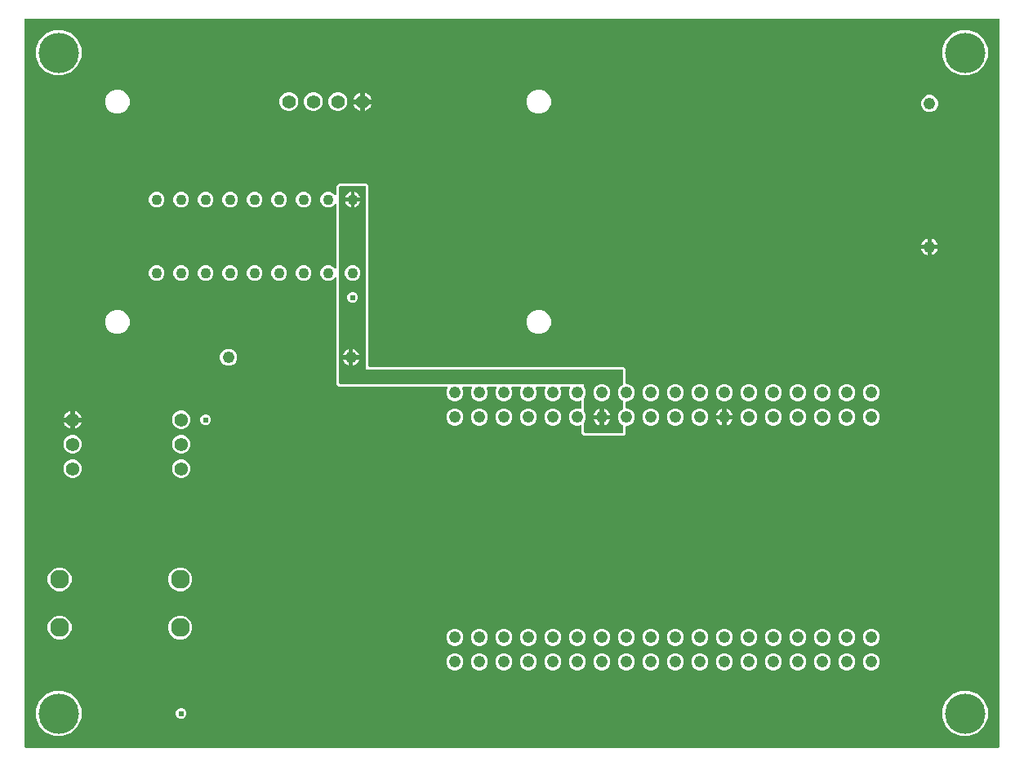
<source format=gbr>
G04 EAGLE Gerber RS-274X export*
G75*
%MOMM*%
%FSLAX34Y34*%
%LPD*%
%INCopper Layer 15*%
%IPPOS*%
%AMOC8*
5,1,8,0,0,1.08239X$1,22.5*%
G01*
%ADD10C,1.960000*%
%ADD11C,1.244600*%
%ADD12C,1.102363*%
%ADD13C,1.422400*%
%ADD14C,1.386838*%
%ADD15C,4.191000*%
%ADD16C,0.609600*%

G36*
X1012308Y2556D02*
X1012308Y2556D01*
X1012427Y2563D01*
X1012465Y2576D01*
X1012506Y2581D01*
X1012616Y2624D01*
X1012729Y2661D01*
X1012764Y2683D01*
X1012801Y2698D01*
X1012897Y2767D01*
X1012998Y2831D01*
X1013026Y2861D01*
X1013059Y2884D01*
X1013135Y2976D01*
X1013216Y3063D01*
X1013236Y3098D01*
X1013261Y3129D01*
X1013312Y3237D01*
X1013370Y3341D01*
X1013380Y3381D01*
X1013397Y3417D01*
X1013419Y3534D01*
X1013449Y3649D01*
X1013453Y3709D01*
X1013457Y3729D01*
X1013455Y3750D01*
X1013459Y3810D01*
X1013459Y758190D01*
X1013444Y758308D01*
X1013437Y758427D01*
X1013424Y758465D01*
X1013419Y758506D01*
X1013376Y758616D01*
X1013339Y758729D01*
X1013317Y758764D01*
X1013302Y758801D01*
X1013233Y758897D01*
X1013169Y758998D01*
X1013139Y759026D01*
X1013116Y759059D01*
X1013024Y759135D01*
X1012937Y759216D01*
X1012902Y759236D01*
X1012871Y759261D01*
X1012763Y759312D01*
X1012659Y759370D01*
X1012619Y759380D01*
X1012583Y759397D01*
X1012466Y759419D01*
X1012351Y759449D01*
X1012291Y759453D01*
X1012271Y759457D01*
X1012250Y759455D01*
X1012190Y759459D01*
X3810Y759459D01*
X3692Y759444D01*
X3573Y759437D01*
X3535Y759424D01*
X3494Y759419D01*
X3384Y759376D01*
X3271Y759339D01*
X3236Y759317D01*
X3199Y759302D01*
X3103Y759233D01*
X3002Y759169D01*
X2974Y759139D01*
X2941Y759116D01*
X2865Y759024D01*
X2784Y758937D01*
X2764Y758902D01*
X2739Y758871D01*
X2688Y758763D01*
X2630Y758659D01*
X2620Y758619D01*
X2603Y758583D01*
X2581Y758466D01*
X2551Y758351D01*
X2547Y758291D01*
X2543Y758271D01*
X2545Y758250D01*
X2541Y758190D01*
X2541Y3810D01*
X2556Y3692D01*
X2563Y3573D01*
X2576Y3535D01*
X2581Y3494D01*
X2624Y3384D01*
X2661Y3271D01*
X2683Y3236D01*
X2698Y3199D01*
X2767Y3103D01*
X2831Y3002D01*
X2861Y2974D01*
X2884Y2941D01*
X2976Y2865D01*
X3063Y2784D01*
X3098Y2764D01*
X3129Y2739D01*
X3237Y2688D01*
X3341Y2630D01*
X3381Y2620D01*
X3417Y2603D01*
X3534Y2581D01*
X3649Y2551D01*
X3709Y2547D01*
X3729Y2543D01*
X3750Y2545D01*
X3810Y2541D01*
X1012190Y2541D01*
X1012308Y2556D01*
G37*
%LPC*%
G36*
X582622Y326389D02*
X582622Y326389D01*
X580389Y328622D01*
X580389Y336174D01*
X580383Y336224D01*
X580385Y336273D01*
X580363Y336381D01*
X580349Y336490D01*
X580331Y336536D01*
X580321Y336585D01*
X580273Y336683D01*
X580232Y336785D01*
X580203Y336826D01*
X580181Y336870D01*
X580110Y336954D01*
X580046Y337043D01*
X580007Y337074D01*
X579975Y337112D01*
X579885Y337175D01*
X579801Y337246D01*
X579756Y337267D01*
X579715Y337295D01*
X579612Y337334D01*
X579513Y337381D01*
X579464Y337390D01*
X579418Y337408D01*
X579308Y337420D01*
X579201Y337441D01*
X579151Y337438D01*
X579102Y337443D01*
X578993Y337428D01*
X578883Y337421D01*
X578836Y337406D01*
X578787Y337399D01*
X578634Y337347D01*
X577643Y336936D01*
X574157Y336936D01*
X570936Y338270D01*
X568470Y340736D01*
X567136Y343957D01*
X567136Y347443D01*
X568470Y350664D01*
X570936Y353130D01*
X574157Y354464D01*
X577643Y354464D01*
X578634Y354053D01*
X578682Y354040D01*
X578727Y354019D01*
X578835Y353998D01*
X578941Y353969D01*
X578991Y353968D01*
X579040Y353959D01*
X579149Y353966D01*
X579259Y353964D01*
X579307Y353976D01*
X579357Y353979D01*
X579461Y354013D01*
X579568Y354038D01*
X579612Y354062D01*
X579659Y354077D01*
X579752Y354136D01*
X579849Y354187D01*
X579886Y354220D01*
X579928Y354247D01*
X580003Y354327D01*
X580085Y354401D01*
X580112Y354442D01*
X580146Y354479D01*
X580199Y354575D01*
X580259Y354667D01*
X580276Y354714D01*
X580300Y354757D01*
X580327Y354863D01*
X580363Y354967D01*
X580367Y355017D01*
X580379Y355065D01*
X580389Y355226D01*
X580389Y361574D01*
X580383Y361624D01*
X580385Y361673D01*
X580363Y361781D01*
X580349Y361890D01*
X580331Y361936D01*
X580321Y361985D01*
X580273Y362083D01*
X580232Y362185D01*
X580203Y362226D01*
X580181Y362270D01*
X580110Y362354D01*
X580046Y362443D01*
X580007Y362474D01*
X579975Y362512D01*
X579885Y362575D01*
X579801Y362646D01*
X579756Y362667D01*
X579715Y362695D01*
X579612Y362734D01*
X579513Y362781D01*
X579464Y362790D01*
X579418Y362808D01*
X579308Y362820D01*
X579201Y362841D01*
X579151Y362838D01*
X579102Y362843D01*
X578993Y362828D01*
X578883Y362821D01*
X578836Y362806D01*
X578787Y362799D01*
X578634Y362747D01*
X577643Y362336D01*
X574157Y362336D01*
X570936Y363670D01*
X568470Y366136D01*
X567136Y369357D01*
X567136Y372843D01*
X568210Y375434D01*
X568223Y375482D01*
X568244Y375527D01*
X568264Y375635D01*
X568293Y375741D01*
X568294Y375791D01*
X568304Y375840D01*
X568297Y375949D01*
X568299Y376059D01*
X568287Y376107D01*
X568284Y376157D01*
X568250Y376261D01*
X568224Y376368D01*
X568201Y376412D01*
X568186Y376459D01*
X568127Y376552D01*
X568076Y376649D01*
X568042Y376686D01*
X568016Y376728D01*
X567936Y376803D01*
X567862Y376885D01*
X567820Y376912D01*
X567784Y376946D01*
X567688Y376999D01*
X567596Y377059D01*
X567549Y377076D01*
X567506Y377100D01*
X567399Y377127D01*
X567295Y377163D01*
X567246Y377167D01*
X567198Y377179D01*
X567037Y377189D01*
X559363Y377189D01*
X559314Y377183D01*
X559264Y377185D01*
X559157Y377163D01*
X559048Y377149D01*
X559001Y377131D01*
X558953Y377121D01*
X558854Y377073D01*
X558752Y377032D01*
X558712Y377003D01*
X558667Y376981D01*
X558584Y376910D01*
X558495Y376846D01*
X558463Y376807D01*
X558425Y376775D01*
X558362Y376685D01*
X558292Y376601D01*
X558271Y376556D01*
X558242Y376515D01*
X558203Y376412D01*
X558156Y376313D01*
X558147Y376264D01*
X558129Y376218D01*
X558117Y376108D01*
X558096Y376001D01*
X558099Y375951D01*
X558094Y375902D01*
X558109Y375793D01*
X558116Y375683D01*
X558131Y375636D01*
X558138Y375587D01*
X558190Y375434D01*
X559264Y372843D01*
X559264Y369357D01*
X557930Y366136D01*
X555464Y363670D01*
X552243Y362336D01*
X548757Y362336D01*
X545536Y363670D01*
X543070Y366136D01*
X541736Y369357D01*
X541736Y372843D01*
X542810Y375434D01*
X542823Y375482D01*
X542844Y375527D01*
X542864Y375635D01*
X542893Y375741D01*
X542894Y375791D01*
X542904Y375840D01*
X542897Y375949D01*
X542899Y376059D01*
X542887Y376107D01*
X542884Y376157D01*
X542850Y376261D01*
X542824Y376368D01*
X542801Y376412D01*
X542786Y376459D01*
X542727Y376552D01*
X542676Y376649D01*
X542642Y376686D01*
X542616Y376728D01*
X542536Y376803D01*
X542462Y376885D01*
X542420Y376912D01*
X542384Y376946D01*
X542288Y376999D01*
X542196Y377059D01*
X542149Y377076D01*
X542106Y377100D01*
X541999Y377127D01*
X541895Y377163D01*
X541846Y377167D01*
X541798Y377179D01*
X541637Y377189D01*
X533963Y377189D01*
X533914Y377183D01*
X533864Y377185D01*
X533757Y377163D01*
X533648Y377149D01*
X533601Y377131D01*
X533553Y377121D01*
X533454Y377073D01*
X533352Y377032D01*
X533312Y377003D01*
X533267Y376981D01*
X533184Y376910D01*
X533095Y376846D01*
X533063Y376807D01*
X533025Y376775D01*
X532962Y376685D01*
X532892Y376601D01*
X532871Y376556D01*
X532842Y376515D01*
X532803Y376412D01*
X532756Y376313D01*
X532747Y376264D01*
X532729Y376218D01*
X532717Y376108D01*
X532696Y376001D01*
X532699Y375951D01*
X532694Y375902D01*
X532709Y375793D01*
X532716Y375683D01*
X532731Y375636D01*
X532738Y375587D01*
X532790Y375434D01*
X533864Y372843D01*
X533864Y369357D01*
X532530Y366136D01*
X530064Y363670D01*
X526843Y362336D01*
X523357Y362336D01*
X520136Y363670D01*
X517670Y366136D01*
X516336Y369357D01*
X516336Y372843D01*
X517410Y375434D01*
X517423Y375482D01*
X517444Y375527D01*
X517464Y375635D01*
X517493Y375741D01*
X517494Y375791D01*
X517504Y375840D01*
X517497Y375949D01*
X517499Y376059D01*
X517487Y376107D01*
X517484Y376157D01*
X517450Y376261D01*
X517424Y376368D01*
X517401Y376412D01*
X517386Y376459D01*
X517327Y376552D01*
X517276Y376649D01*
X517242Y376686D01*
X517216Y376728D01*
X517136Y376803D01*
X517062Y376885D01*
X517020Y376912D01*
X516984Y376946D01*
X516888Y376999D01*
X516796Y377059D01*
X516749Y377076D01*
X516706Y377100D01*
X516599Y377127D01*
X516495Y377163D01*
X516446Y377167D01*
X516398Y377179D01*
X516237Y377189D01*
X508563Y377189D01*
X508514Y377183D01*
X508464Y377185D01*
X508357Y377163D01*
X508248Y377149D01*
X508201Y377131D01*
X508153Y377121D01*
X508054Y377073D01*
X507952Y377032D01*
X507912Y377003D01*
X507867Y376981D01*
X507784Y376910D01*
X507695Y376846D01*
X507663Y376807D01*
X507625Y376775D01*
X507562Y376685D01*
X507492Y376601D01*
X507471Y376556D01*
X507442Y376515D01*
X507403Y376412D01*
X507356Y376313D01*
X507347Y376264D01*
X507329Y376218D01*
X507317Y376108D01*
X507296Y376001D01*
X507299Y375951D01*
X507294Y375902D01*
X507309Y375793D01*
X507316Y375683D01*
X507331Y375636D01*
X507338Y375587D01*
X507390Y375434D01*
X508464Y372843D01*
X508464Y369357D01*
X507130Y366136D01*
X504664Y363670D01*
X501443Y362336D01*
X497957Y362336D01*
X494736Y363670D01*
X492270Y366136D01*
X490936Y369357D01*
X490936Y372843D01*
X492010Y375434D01*
X492023Y375482D01*
X492044Y375527D01*
X492064Y375635D01*
X492093Y375741D01*
X492094Y375791D01*
X492104Y375840D01*
X492097Y375949D01*
X492099Y376059D01*
X492087Y376107D01*
X492084Y376157D01*
X492050Y376261D01*
X492024Y376368D01*
X492001Y376412D01*
X491986Y376459D01*
X491927Y376552D01*
X491876Y376649D01*
X491842Y376686D01*
X491816Y376728D01*
X491736Y376803D01*
X491662Y376885D01*
X491620Y376912D01*
X491584Y376946D01*
X491488Y376999D01*
X491396Y377059D01*
X491349Y377076D01*
X491306Y377100D01*
X491199Y377127D01*
X491095Y377163D01*
X491046Y377167D01*
X490998Y377179D01*
X490837Y377189D01*
X483163Y377189D01*
X483114Y377183D01*
X483064Y377185D01*
X482957Y377163D01*
X482848Y377149D01*
X482801Y377131D01*
X482753Y377121D01*
X482654Y377073D01*
X482552Y377032D01*
X482512Y377003D01*
X482467Y376981D01*
X482384Y376910D01*
X482295Y376846D01*
X482263Y376807D01*
X482225Y376775D01*
X482162Y376685D01*
X482092Y376601D01*
X482071Y376556D01*
X482042Y376515D01*
X482003Y376412D01*
X481956Y376313D01*
X481947Y376264D01*
X481929Y376218D01*
X481917Y376108D01*
X481896Y376001D01*
X481899Y375951D01*
X481894Y375902D01*
X481909Y375793D01*
X481916Y375683D01*
X481931Y375636D01*
X481938Y375587D01*
X481990Y375434D01*
X483064Y372843D01*
X483064Y369357D01*
X481730Y366136D01*
X479264Y363670D01*
X476043Y362336D01*
X472557Y362336D01*
X469336Y363670D01*
X466870Y366136D01*
X465536Y369357D01*
X465536Y372843D01*
X466610Y375434D01*
X466623Y375482D01*
X466644Y375527D01*
X466664Y375635D01*
X466693Y375741D01*
X466694Y375791D01*
X466704Y375840D01*
X466697Y375949D01*
X466699Y376059D01*
X466687Y376107D01*
X466684Y376157D01*
X466650Y376261D01*
X466624Y376368D01*
X466601Y376412D01*
X466586Y376459D01*
X466527Y376552D01*
X466476Y376649D01*
X466442Y376686D01*
X466416Y376728D01*
X466336Y376803D01*
X466262Y376885D01*
X466220Y376912D01*
X466184Y376946D01*
X466088Y376999D01*
X465996Y377059D01*
X465949Y377076D01*
X465906Y377100D01*
X465799Y377127D01*
X465695Y377163D01*
X465646Y377167D01*
X465598Y377179D01*
X465437Y377189D01*
X457763Y377189D01*
X457714Y377183D01*
X457664Y377185D01*
X457557Y377163D01*
X457448Y377149D01*
X457401Y377131D01*
X457353Y377121D01*
X457254Y377073D01*
X457152Y377032D01*
X457112Y377003D01*
X457067Y376981D01*
X456984Y376910D01*
X456895Y376846D01*
X456863Y376807D01*
X456825Y376775D01*
X456762Y376685D01*
X456692Y376601D01*
X456671Y376556D01*
X456642Y376515D01*
X456603Y376412D01*
X456556Y376313D01*
X456547Y376264D01*
X456529Y376218D01*
X456517Y376108D01*
X456496Y376001D01*
X456499Y375951D01*
X456494Y375902D01*
X456509Y375793D01*
X456516Y375683D01*
X456531Y375636D01*
X456538Y375587D01*
X456590Y375434D01*
X457664Y372843D01*
X457664Y369357D01*
X456330Y366136D01*
X453864Y363670D01*
X450643Y362336D01*
X447157Y362336D01*
X443936Y363670D01*
X441470Y366136D01*
X440136Y369357D01*
X440136Y372843D01*
X441210Y375434D01*
X441223Y375482D01*
X441244Y375527D01*
X441264Y375635D01*
X441293Y375741D01*
X441294Y375791D01*
X441304Y375840D01*
X441297Y375949D01*
X441299Y376059D01*
X441287Y376107D01*
X441284Y376157D01*
X441250Y376261D01*
X441224Y376368D01*
X441201Y376412D01*
X441186Y376459D01*
X441127Y376552D01*
X441076Y376649D01*
X441042Y376686D01*
X441016Y376728D01*
X440936Y376803D01*
X440862Y376885D01*
X440820Y376912D01*
X440784Y376946D01*
X440688Y376999D01*
X440596Y377059D01*
X440549Y377076D01*
X440506Y377100D01*
X440399Y377127D01*
X440295Y377163D01*
X440246Y377167D01*
X440198Y377179D01*
X440037Y377189D01*
X328622Y377189D01*
X326389Y379422D01*
X326389Y489737D01*
X326372Y489874D01*
X326359Y490013D01*
X326352Y490033D01*
X326349Y490053D01*
X326298Y490181D01*
X326251Y490313D01*
X326240Y490329D01*
X326232Y490348D01*
X326151Y490461D01*
X326073Y490576D01*
X326057Y490589D01*
X326046Y490606D01*
X325938Y490694D01*
X325834Y490786D01*
X325816Y490795D01*
X325801Y490808D01*
X325675Y490868D01*
X325551Y490931D01*
X325531Y490935D01*
X325513Y490944D01*
X325377Y490970D01*
X325241Y491001D01*
X325220Y491000D01*
X325201Y491004D01*
X325062Y490995D01*
X324923Y490991D01*
X324903Y490985D01*
X324883Y490984D01*
X324751Y490941D01*
X324617Y490902D01*
X324600Y490892D01*
X324581Y490886D01*
X324463Y490811D01*
X324343Y490741D01*
X324322Y490722D01*
X324312Y490716D01*
X324298Y490701D01*
X324223Y490635D01*
X322061Y488473D01*
X319102Y487247D01*
X315898Y487247D01*
X312939Y488473D01*
X310673Y490739D01*
X309447Y493698D01*
X309447Y496902D01*
X310673Y499861D01*
X312939Y502127D01*
X315898Y503353D01*
X319102Y503353D01*
X322061Y502127D01*
X324223Y499965D01*
X324332Y499880D01*
X324439Y499792D01*
X324458Y499783D01*
X324474Y499771D01*
X324602Y499715D01*
X324727Y499656D01*
X324747Y499652D01*
X324766Y499644D01*
X324904Y499622D01*
X325040Y499596D01*
X325060Y499598D01*
X325080Y499594D01*
X325219Y499607D01*
X325357Y499616D01*
X325376Y499622D01*
X325396Y499624D01*
X325528Y499671D01*
X325659Y499714D01*
X325677Y499725D01*
X325696Y499732D01*
X325811Y499810D01*
X325928Y499884D01*
X325942Y499899D01*
X325959Y499910D01*
X326051Y500015D01*
X326146Y500116D01*
X326156Y500134D01*
X326169Y500149D01*
X326233Y500273D01*
X326300Y500394D01*
X326305Y500414D01*
X326314Y500432D01*
X326344Y500568D01*
X326379Y500702D01*
X326381Y500730D01*
X326384Y500742D01*
X326383Y500763D01*
X326389Y500863D01*
X326389Y565937D01*
X326372Y566074D01*
X326359Y566213D01*
X326352Y566233D01*
X326349Y566253D01*
X326298Y566381D01*
X326251Y566513D01*
X326240Y566529D01*
X326232Y566548D01*
X326151Y566661D01*
X326073Y566776D01*
X326057Y566789D01*
X326046Y566806D01*
X325938Y566894D01*
X325834Y566986D01*
X325816Y566995D01*
X325801Y567008D01*
X325675Y567068D01*
X325551Y567131D01*
X325531Y567135D01*
X325513Y567144D01*
X325377Y567170D01*
X325241Y567201D01*
X325220Y567200D01*
X325201Y567204D01*
X325062Y567195D01*
X324923Y567191D01*
X324903Y567185D01*
X324883Y567184D01*
X324751Y567141D01*
X324617Y567102D01*
X324600Y567092D01*
X324581Y567086D01*
X324463Y567011D01*
X324343Y566941D01*
X324322Y566922D01*
X324312Y566916D01*
X324298Y566901D01*
X324223Y566835D01*
X322061Y564673D01*
X319102Y563447D01*
X315898Y563447D01*
X312939Y564673D01*
X310673Y566939D01*
X309447Y569898D01*
X309447Y573102D01*
X310673Y576061D01*
X312939Y578327D01*
X315898Y579553D01*
X319102Y579553D01*
X322061Y578327D01*
X324223Y576165D01*
X324332Y576080D01*
X324439Y575992D01*
X324458Y575983D01*
X324474Y575971D01*
X324602Y575915D01*
X324727Y575856D01*
X324747Y575852D01*
X324766Y575844D01*
X324904Y575822D01*
X325040Y575796D01*
X325060Y575798D01*
X325080Y575794D01*
X325219Y575807D01*
X325357Y575816D01*
X325376Y575822D01*
X325396Y575824D01*
X325528Y575871D01*
X325659Y575914D01*
X325677Y575925D01*
X325696Y575932D01*
X325811Y576010D01*
X325928Y576084D01*
X325942Y576099D01*
X325959Y576110D01*
X326051Y576215D01*
X326146Y576316D01*
X326156Y576334D01*
X326169Y576349D01*
X326233Y576473D01*
X326300Y576594D01*
X326305Y576614D01*
X326314Y576632D01*
X326344Y576768D01*
X326379Y576902D01*
X326381Y576930D01*
X326384Y576942D01*
X326383Y576963D01*
X326389Y577063D01*
X326389Y585778D01*
X328622Y588011D01*
X357178Y588011D01*
X359411Y585778D01*
X359411Y398780D01*
X359426Y398662D01*
X359433Y398543D01*
X359446Y398505D01*
X359451Y398464D01*
X359494Y398354D01*
X359531Y398241D01*
X359553Y398206D01*
X359568Y398169D01*
X359637Y398073D01*
X359701Y397972D01*
X359731Y397944D01*
X359754Y397911D01*
X359846Y397835D01*
X359933Y397754D01*
X359968Y397734D01*
X359999Y397709D01*
X360107Y397658D01*
X360211Y397600D01*
X360251Y397590D01*
X360287Y397573D01*
X360404Y397551D01*
X360519Y397521D01*
X360579Y397517D01*
X360599Y397513D01*
X360620Y397515D01*
X360680Y397511D01*
X623878Y397511D01*
X626111Y395278D01*
X626111Y381133D01*
X626126Y381015D01*
X626133Y380896D01*
X626146Y380858D01*
X626151Y380817D01*
X626194Y380707D01*
X626231Y380594D01*
X626253Y380559D01*
X626268Y380522D01*
X626337Y380426D01*
X626401Y380325D01*
X626431Y380297D01*
X626454Y380264D01*
X626546Y380188D01*
X626633Y380107D01*
X626668Y380087D01*
X626699Y380062D01*
X626807Y380011D01*
X626911Y379953D01*
X626951Y379943D01*
X626987Y379926D01*
X627104Y379904D01*
X627219Y379874D01*
X627279Y379870D01*
X627299Y379866D01*
X627320Y379868D01*
X627380Y379864D01*
X628443Y379864D01*
X631664Y378530D01*
X634130Y376064D01*
X635464Y372843D01*
X635464Y369357D01*
X634130Y366136D01*
X631664Y363670D01*
X628443Y362336D01*
X627380Y362336D01*
X627262Y362321D01*
X627143Y362314D01*
X627105Y362301D01*
X627064Y362296D01*
X626954Y362253D01*
X626841Y362216D01*
X626806Y362194D01*
X626769Y362179D01*
X626673Y362110D01*
X626572Y362046D01*
X626544Y362016D01*
X626511Y361993D01*
X626435Y361901D01*
X626354Y361814D01*
X626334Y361779D01*
X626309Y361748D01*
X626258Y361640D01*
X626200Y361536D01*
X626190Y361496D01*
X626173Y361460D01*
X626151Y361343D01*
X626121Y361228D01*
X626117Y361168D01*
X626113Y361148D01*
X626115Y361127D01*
X626111Y361067D01*
X626111Y355733D01*
X626126Y355615D01*
X626133Y355496D01*
X626146Y355458D01*
X626151Y355417D01*
X626194Y355307D01*
X626231Y355194D01*
X626253Y355159D01*
X626268Y355122D01*
X626337Y355026D01*
X626401Y354925D01*
X626431Y354897D01*
X626454Y354864D01*
X626546Y354788D01*
X626633Y354707D01*
X626668Y354687D01*
X626699Y354662D01*
X626807Y354611D01*
X626911Y354553D01*
X626951Y354543D01*
X626987Y354526D01*
X627104Y354504D01*
X627219Y354474D01*
X627279Y354470D01*
X627299Y354466D01*
X627320Y354468D01*
X627380Y354464D01*
X628443Y354464D01*
X631664Y353130D01*
X634130Y350664D01*
X635464Y347443D01*
X635464Y343957D01*
X634130Y340736D01*
X631664Y338270D01*
X628443Y336936D01*
X627380Y336936D01*
X627262Y336921D01*
X627143Y336914D01*
X627105Y336901D01*
X627064Y336896D01*
X626954Y336853D01*
X626841Y336816D01*
X626806Y336794D01*
X626769Y336779D01*
X626673Y336710D01*
X626572Y336646D01*
X626544Y336616D01*
X626511Y336593D01*
X626435Y336501D01*
X626354Y336414D01*
X626334Y336379D01*
X626309Y336348D01*
X626258Y336240D01*
X626200Y336136D01*
X626190Y336096D01*
X626173Y336060D01*
X626151Y335943D01*
X626121Y335828D01*
X626117Y335768D01*
X626113Y335748D01*
X626115Y335727D01*
X626111Y335667D01*
X626111Y328622D01*
X623878Y326389D01*
X582622Y326389D01*
G37*
%LPD*%
G36*
X622418Y328946D02*
X622418Y328946D01*
X622537Y328953D01*
X622575Y328966D01*
X622616Y328971D01*
X622726Y329014D01*
X622839Y329051D01*
X622874Y329073D01*
X622911Y329088D01*
X623007Y329158D01*
X623108Y329221D01*
X623136Y329251D01*
X623169Y329274D01*
X623245Y329366D01*
X623326Y329453D01*
X623346Y329488D01*
X623371Y329519D01*
X623422Y329627D01*
X623480Y329731D01*
X623490Y329771D01*
X623507Y329807D01*
X623529Y329924D01*
X623559Y330039D01*
X623563Y330100D01*
X623567Y330120D01*
X623565Y330140D01*
X623569Y330200D01*
X623569Y336663D01*
X623566Y336692D01*
X623568Y336722D01*
X623546Y336850D01*
X623529Y336978D01*
X623519Y337006D01*
X623514Y337035D01*
X623460Y337154D01*
X623412Y337274D01*
X623395Y337298D01*
X623383Y337325D01*
X623302Y337426D01*
X623226Y337532D01*
X623203Y337550D01*
X623184Y337573D01*
X623081Y337651D01*
X622981Y337734D01*
X622954Y337747D01*
X622930Y337765D01*
X622786Y337836D01*
X621736Y338270D01*
X619270Y340736D01*
X617936Y343957D01*
X617936Y347443D01*
X619270Y350664D01*
X621736Y353130D01*
X622786Y353564D01*
X622811Y353579D01*
X622839Y353588D01*
X622949Y353658D01*
X623062Y353722D01*
X623083Y353742D01*
X623108Y353758D01*
X623197Y353853D01*
X623290Y353943D01*
X623306Y353968D01*
X623326Y353990D01*
X623389Y354104D01*
X623457Y354214D01*
X623465Y354243D01*
X623480Y354268D01*
X623512Y354394D01*
X623550Y354518D01*
X623552Y354548D01*
X623559Y354576D01*
X623569Y354737D01*
X623569Y362063D01*
X623566Y362092D01*
X623568Y362122D01*
X623546Y362250D01*
X623529Y362378D01*
X623519Y362406D01*
X623514Y362435D01*
X623460Y362554D01*
X623412Y362674D01*
X623395Y362698D01*
X623383Y362725D01*
X623302Y362826D01*
X623226Y362931D01*
X623203Y362950D01*
X623184Y362973D01*
X623081Y363051D01*
X622981Y363134D01*
X622954Y363147D01*
X622930Y363165D01*
X622786Y363236D01*
X621736Y363670D01*
X619270Y366136D01*
X617936Y369357D01*
X617936Y372843D01*
X619270Y376064D01*
X621736Y378530D01*
X622786Y378964D01*
X622811Y378979D01*
X622839Y378988D01*
X622949Y379058D01*
X623062Y379122D01*
X623083Y379143D01*
X623108Y379158D01*
X623197Y379253D01*
X623290Y379343D01*
X623306Y379368D01*
X623326Y379390D01*
X623389Y379504D01*
X623457Y379614D01*
X623465Y379643D01*
X623480Y379668D01*
X623512Y379794D01*
X623550Y379918D01*
X623552Y379948D01*
X623559Y379976D01*
X623569Y380137D01*
X623569Y393700D01*
X623554Y393818D01*
X623547Y393937D01*
X623534Y393975D01*
X623529Y394016D01*
X623486Y394126D01*
X623449Y394239D01*
X623427Y394274D01*
X623412Y394311D01*
X623343Y394407D01*
X623279Y394508D01*
X623249Y394536D01*
X623226Y394569D01*
X623134Y394645D01*
X623047Y394726D01*
X623012Y394746D01*
X622981Y394771D01*
X622873Y394822D01*
X622769Y394880D01*
X622729Y394890D01*
X622693Y394907D01*
X622576Y394929D01*
X622461Y394959D01*
X622401Y394963D01*
X622381Y394967D01*
X622360Y394965D01*
X622300Y394969D01*
X356869Y394969D01*
X356869Y584200D01*
X356854Y584318D01*
X356847Y584437D01*
X356834Y584475D01*
X356829Y584516D01*
X356786Y584626D01*
X356749Y584739D01*
X356727Y584774D01*
X356712Y584811D01*
X356643Y584907D01*
X356579Y585008D01*
X356549Y585036D01*
X356526Y585069D01*
X356434Y585145D01*
X356347Y585226D01*
X356312Y585246D01*
X356281Y585271D01*
X356173Y585322D01*
X356069Y585380D01*
X356029Y585390D01*
X355993Y585407D01*
X355876Y585429D01*
X355761Y585459D01*
X355701Y585463D01*
X355681Y585467D01*
X355660Y585465D01*
X355600Y585469D01*
X330200Y585469D01*
X330082Y585454D01*
X329963Y585447D01*
X329925Y585434D01*
X329884Y585429D01*
X329774Y585386D01*
X329661Y585349D01*
X329626Y585327D01*
X329589Y585312D01*
X329493Y585243D01*
X329392Y585179D01*
X329364Y585149D01*
X329331Y585126D01*
X329256Y585034D01*
X329174Y584947D01*
X329154Y584912D01*
X329129Y584881D01*
X329078Y584773D01*
X329020Y584669D01*
X329010Y584629D01*
X328993Y584593D01*
X328971Y584476D01*
X328941Y584361D01*
X328937Y584301D01*
X328933Y584281D01*
X328935Y584260D01*
X328931Y584200D01*
X328931Y381000D01*
X328946Y380882D01*
X328953Y380763D01*
X328966Y380725D01*
X328971Y380684D01*
X329014Y380574D01*
X329051Y380461D01*
X329073Y380426D01*
X329088Y380389D01*
X329158Y380293D01*
X329221Y380192D01*
X329251Y380164D01*
X329274Y380131D01*
X329366Y380056D01*
X329453Y379974D01*
X329488Y379954D01*
X329519Y379929D01*
X329627Y379878D01*
X329731Y379820D01*
X329771Y379810D01*
X329807Y379793D01*
X329924Y379771D01*
X330039Y379741D01*
X330100Y379737D01*
X330120Y379733D01*
X330140Y379735D01*
X330200Y379731D01*
X446583Y379731D01*
X446592Y379732D01*
X446602Y379731D01*
X446751Y379752D01*
X446899Y379771D01*
X446907Y379774D01*
X446917Y379775D01*
X447069Y379827D01*
X447157Y379864D01*
X450643Y379864D01*
X450731Y379827D01*
X450740Y379825D01*
X450748Y379820D01*
X450893Y379783D01*
X451038Y379743D01*
X451047Y379743D01*
X451056Y379741D01*
X451217Y379731D01*
X471983Y379731D01*
X471992Y379732D01*
X472002Y379731D01*
X472151Y379752D01*
X472299Y379771D01*
X472307Y379774D01*
X472317Y379775D01*
X472469Y379827D01*
X472557Y379864D01*
X476043Y379864D01*
X476131Y379827D01*
X476140Y379825D01*
X476148Y379820D01*
X476293Y379783D01*
X476438Y379743D01*
X476447Y379743D01*
X476456Y379741D01*
X476617Y379731D01*
X497383Y379731D01*
X497392Y379732D01*
X497402Y379731D01*
X497551Y379752D01*
X497699Y379771D01*
X497707Y379774D01*
X497717Y379775D01*
X497869Y379827D01*
X497957Y379864D01*
X501443Y379864D01*
X501531Y379827D01*
X501540Y379825D01*
X501548Y379820D01*
X501693Y379783D01*
X501838Y379743D01*
X501847Y379743D01*
X501856Y379741D01*
X502017Y379731D01*
X522783Y379731D01*
X522792Y379732D01*
X522802Y379731D01*
X522951Y379752D01*
X523099Y379771D01*
X523107Y379774D01*
X523117Y379775D01*
X523269Y379827D01*
X523357Y379864D01*
X526843Y379864D01*
X526931Y379827D01*
X526940Y379825D01*
X526948Y379820D01*
X527093Y379783D01*
X527238Y379743D01*
X527247Y379743D01*
X527256Y379741D01*
X527417Y379731D01*
X548183Y379731D01*
X548192Y379732D01*
X548202Y379731D01*
X548351Y379752D01*
X548499Y379771D01*
X548507Y379774D01*
X548517Y379775D01*
X548669Y379827D01*
X548757Y379864D01*
X552243Y379864D01*
X552331Y379827D01*
X552340Y379825D01*
X552348Y379820D01*
X552493Y379783D01*
X552638Y379743D01*
X552647Y379743D01*
X552656Y379741D01*
X552817Y379731D01*
X573583Y379731D01*
X573592Y379732D01*
X573602Y379731D01*
X573751Y379752D01*
X573899Y379771D01*
X573907Y379774D01*
X573917Y379775D01*
X574069Y379827D01*
X574157Y379864D01*
X577643Y379864D01*
X577731Y379827D01*
X577740Y379825D01*
X577748Y379820D01*
X577893Y379783D01*
X578038Y379743D01*
X578047Y379743D01*
X578056Y379741D01*
X578217Y379731D01*
X582931Y379731D01*
X582931Y376989D01*
X582943Y376891D01*
X582946Y376792D01*
X582963Y376733D01*
X582971Y376673D01*
X583007Y376581D01*
X583035Y376486D01*
X583065Y376434D01*
X583088Y376378D01*
X583146Y376298D01*
X583196Y376212D01*
X583262Y376137D01*
X583274Y376120D01*
X583284Y376112D01*
X583303Y376091D01*
X583330Y376064D01*
X584664Y372843D01*
X584664Y369357D01*
X583330Y366136D01*
X583303Y366109D01*
X583242Y366030D01*
X583174Y365958D01*
X583145Y365905D01*
X583108Y365857D01*
X583068Y365766D01*
X583020Y365680D01*
X583005Y365621D01*
X582981Y365566D01*
X582966Y365468D01*
X582941Y365372D01*
X582935Y365272D01*
X582931Y365252D01*
X582933Y365239D01*
X582931Y365211D01*
X582931Y351589D01*
X582943Y351491D01*
X582946Y351392D01*
X582963Y351333D01*
X582971Y351273D01*
X583007Y351181D01*
X583035Y351086D01*
X583065Y351034D01*
X583088Y350978D01*
X583146Y350898D01*
X583196Y350812D01*
X583262Y350737D01*
X583274Y350720D01*
X583284Y350712D01*
X583303Y350691D01*
X583330Y350664D01*
X584664Y347443D01*
X584664Y343957D01*
X583330Y340736D01*
X583303Y340709D01*
X583242Y340630D01*
X583174Y340558D01*
X583145Y340505D01*
X583108Y340457D01*
X583068Y340366D01*
X583020Y340280D01*
X583005Y340221D01*
X582981Y340166D01*
X582966Y340068D01*
X582941Y339972D01*
X582935Y339872D01*
X582931Y339852D01*
X582933Y339839D01*
X582931Y339811D01*
X582931Y330200D01*
X582946Y330082D01*
X582953Y329963D01*
X582966Y329925D01*
X582971Y329884D01*
X583014Y329774D01*
X583051Y329661D01*
X583073Y329626D01*
X583088Y329589D01*
X583158Y329493D01*
X583221Y329392D01*
X583251Y329364D01*
X583274Y329331D01*
X583366Y329256D01*
X583453Y329174D01*
X583488Y329154D01*
X583519Y329129D01*
X583627Y329078D01*
X583731Y329020D01*
X583771Y329010D01*
X583807Y328993D01*
X583924Y328971D01*
X584039Y328941D01*
X584100Y328937D01*
X584120Y328933D01*
X584140Y328935D01*
X584200Y328931D01*
X622300Y328931D01*
X622418Y328946D01*
G37*
%LPC*%
G36*
X973226Y700404D02*
X973226Y700404D01*
X964591Y703981D01*
X957981Y710591D01*
X954404Y719226D01*
X954404Y728574D01*
X957981Y737209D01*
X964591Y743819D01*
X973226Y747396D01*
X982574Y747396D01*
X991209Y743819D01*
X997819Y737209D01*
X1001396Y728574D01*
X1001396Y719226D01*
X997819Y710591D01*
X991209Y703981D01*
X982574Y700404D01*
X973226Y700404D01*
G37*
%LPD*%
%LPC*%
G36*
X33426Y700404D02*
X33426Y700404D01*
X24791Y703981D01*
X18181Y710591D01*
X14604Y719226D01*
X14604Y728574D01*
X18181Y737209D01*
X24791Y743819D01*
X33426Y747396D01*
X42774Y747396D01*
X51409Y743819D01*
X58019Y737209D01*
X61596Y728574D01*
X61596Y719226D01*
X58019Y710591D01*
X51409Y703981D01*
X42774Y700404D01*
X33426Y700404D01*
G37*
%LPD*%
%LPC*%
G36*
X973226Y14604D02*
X973226Y14604D01*
X964591Y18181D01*
X957981Y24791D01*
X954404Y33426D01*
X954404Y42774D01*
X957981Y51409D01*
X964591Y58019D01*
X973226Y61596D01*
X982574Y61596D01*
X991209Y58019D01*
X997819Y51409D01*
X1001396Y42774D01*
X1001396Y33426D01*
X997819Y24791D01*
X991209Y18181D01*
X982574Y14604D01*
X973226Y14604D01*
G37*
%LPD*%
%LPC*%
G36*
X33426Y14604D02*
X33426Y14604D01*
X24791Y18181D01*
X18181Y24791D01*
X14604Y33426D01*
X14604Y42774D01*
X18181Y51409D01*
X24791Y58019D01*
X33426Y61596D01*
X42774Y61596D01*
X51409Y58019D01*
X58019Y51409D01*
X61596Y42774D01*
X61596Y33426D01*
X58019Y24791D01*
X51409Y18181D01*
X42774Y14604D01*
X33426Y14604D01*
G37*
%LPD*%
%LPC*%
G36*
X533445Y431959D02*
X533445Y431959D01*
X528836Y433868D01*
X525308Y437396D01*
X523399Y442005D01*
X523399Y446995D01*
X525308Y451604D01*
X528836Y455132D01*
X533445Y457041D01*
X538435Y457041D01*
X543044Y455132D01*
X546572Y451604D01*
X548481Y446995D01*
X548481Y442005D01*
X546572Y437396D01*
X543044Y433868D01*
X538435Y431959D01*
X533445Y431959D01*
G37*
%LPD*%
%LPC*%
G36*
X533445Y660559D02*
X533445Y660559D01*
X528836Y662468D01*
X525308Y665996D01*
X523399Y670605D01*
X523399Y675595D01*
X525308Y680204D01*
X528836Y683732D01*
X533445Y685641D01*
X538435Y685641D01*
X543044Y683732D01*
X546572Y680204D01*
X548481Y675595D01*
X548481Y670605D01*
X546572Y665996D01*
X543044Y662468D01*
X538435Y660559D01*
X533445Y660559D01*
G37*
%LPD*%
%LPC*%
G36*
X96565Y431959D02*
X96565Y431959D01*
X91956Y433868D01*
X88428Y437396D01*
X86519Y442005D01*
X86519Y446995D01*
X88428Y451604D01*
X91956Y455132D01*
X96565Y457041D01*
X101555Y457041D01*
X106164Y455132D01*
X109692Y451604D01*
X111601Y446995D01*
X111601Y442005D01*
X109692Y437396D01*
X106164Y433868D01*
X101555Y431959D01*
X96565Y431959D01*
G37*
%LPD*%
%LPC*%
G36*
X96565Y660559D02*
X96565Y660559D01*
X91956Y662468D01*
X88428Y665996D01*
X86519Y670605D01*
X86519Y675595D01*
X88428Y680204D01*
X91956Y683732D01*
X96565Y685641D01*
X101555Y685641D01*
X106164Y683732D01*
X109692Y680204D01*
X111601Y675595D01*
X111601Y670605D01*
X109692Y665996D01*
X106164Y662468D01*
X101555Y660559D01*
X96565Y660559D01*
G37*
%LPD*%
%LPC*%
G36*
X161645Y115059D02*
X161645Y115059D01*
X157110Y116938D01*
X153638Y120410D01*
X151759Y124945D01*
X151759Y129855D01*
X153638Y134390D01*
X157110Y137862D01*
X161645Y139741D01*
X166555Y139741D01*
X171090Y137862D01*
X174562Y134390D01*
X176441Y129855D01*
X176441Y124945D01*
X174562Y120410D01*
X171090Y116938D01*
X166555Y115059D01*
X161645Y115059D01*
G37*
%LPD*%
%LPC*%
G36*
X161645Y165059D02*
X161645Y165059D01*
X157110Y166938D01*
X153638Y170410D01*
X151759Y174945D01*
X151759Y179855D01*
X153638Y184390D01*
X157110Y187862D01*
X161645Y189741D01*
X166555Y189741D01*
X171090Y187862D01*
X174562Y184390D01*
X176441Y179855D01*
X176441Y174945D01*
X174562Y170410D01*
X171090Y166938D01*
X166555Y165059D01*
X161645Y165059D01*
G37*
%LPD*%
%LPC*%
G36*
X36645Y165059D02*
X36645Y165059D01*
X32110Y166938D01*
X28638Y170410D01*
X26759Y174945D01*
X26759Y179855D01*
X28638Y184390D01*
X32110Y187862D01*
X36645Y189741D01*
X41555Y189741D01*
X46090Y187862D01*
X49562Y184390D01*
X51441Y179855D01*
X51441Y174945D01*
X49562Y170410D01*
X46090Y166938D01*
X41555Y165059D01*
X36645Y165059D01*
G37*
%LPD*%
%LPC*%
G36*
X36645Y115059D02*
X36645Y115059D01*
X32110Y116938D01*
X28638Y120410D01*
X26759Y124945D01*
X26759Y129855D01*
X28638Y134390D01*
X32110Y137862D01*
X36645Y139741D01*
X41555Y139741D01*
X46090Y137862D01*
X49562Y134390D01*
X51441Y129855D01*
X51441Y124945D01*
X49562Y120410D01*
X46090Y116938D01*
X41555Y115059D01*
X36645Y115059D01*
G37*
%LPD*%
%LPC*%
G36*
X274940Y663447D02*
X274940Y663447D01*
X271392Y664917D01*
X268677Y667632D01*
X267207Y671180D01*
X267207Y675020D01*
X268677Y678568D01*
X271392Y681283D01*
X274940Y682753D01*
X278780Y682753D01*
X282328Y681283D01*
X285043Y678568D01*
X286513Y675020D01*
X286513Y671180D01*
X285043Y667632D01*
X282328Y664917D01*
X278780Y663447D01*
X274940Y663447D01*
G37*
%LPD*%
%LPC*%
G36*
X325740Y663447D02*
X325740Y663447D01*
X322192Y664917D01*
X319477Y667632D01*
X318007Y671180D01*
X318007Y675020D01*
X319477Y678568D01*
X322192Y681283D01*
X325740Y682753D01*
X329580Y682753D01*
X333128Y681283D01*
X335843Y678568D01*
X337313Y675020D01*
X337313Y671180D01*
X335843Y667632D01*
X333128Y664917D01*
X329580Y663447D01*
X325740Y663447D01*
G37*
%LPD*%
%LPC*%
G36*
X300340Y663447D02*
X300340Y663447D01*
X296792Y664917D01*
X294077Y667632D01*
X292607Y671180D01*
X292607Y675020D01*
X294077Y678568D01*
X296792Y681283D01*
X300340Y682753D01*
X304180Y682753D01*
X307728Y681283D01*
X310443Y678568D01*
X311913Y675020D01*
X311913Y671180D01*
X310443Y667632D01*
X307728Y664917D01*
X304180Y663447D01*
X300340Y663447D01*
G37*
%LPD*%
%LPC*%
G36*
X50693Y308025D02*
X50693Y308025D01*
X47211Y309468D01*
X44546Y312133D01*
X43103Y315615D01*
X43103Y319385D01*
X44546Y322867D01*
X47211Y325532D01*
X50693Y326975D01*
X54463Y326975D01*
X57945Y325532D01*
X60610Y322867D01*
X62053Y319385D01*
X62053Y315615D01*
X60610Y312133D01*
X57945Y309468D01*
X54463Y308025D01*
X50693Y308025D01*
G37*
%LPD*%
%LPC*%
G36*
X163215Y308025D02*
X163215Y308025D01*
X159733Y309468D01*
X157068Y312133D01*
X155625Y315615D01*
X155625Y319385D01*
X157068Y322867D01*
X159733Y325532D01*
X163215Y326975D01*
X166985Y326975D01*
X170467Y325532D01*
X173132Y322867D01*
X174575Y319385D01*
X174575Y315615D01*
X173132Y312133D01*
X170467Y309468D01*
X166985Y308025D01*
X163215Y308025D01*
G37*
%LPD*%
%LPC*%
G36*
X163215Y333425D02*
X163215Y333425D01*
X159733Y334868D01*
X157068Y337533D01*
X155625Y341015D01*
X155625Y344785D01*
X157068Y348267D01*
X159733Y350932D01*
X163215Y352375D01*
X166985Y352375D01*
X170467Y350932D01*
X173132Y348267D01*
X174575Y344785D01*
X174575Y341015D01*
X173132Y337533D01*
X170467Y334868D01*
X166985Y333425D01*
X163215Y333425D01*
G37*
%LPD*%
%LPC*%
G36*
X50693Y282625D02*
X50693Y282625D01*
X47211Y284068D01*
X44546Y286733D01*
X43103Y290215D01*
X43103Y293985D01*
X44546Y297467D01*
X47211Y300132D01*
X50693Y301575D01*
X54463Y301575D01*
X57945Y300132D01*
X60610Y297467D01*
X62053Y293985D01*
X62053Y290215D01*
X60610Y286733D01*
X57945Y284068D01*
X54463Y282625D01*
X50693Y282625D01*
G37*
%LPD*%
%LPC*%
G36*
X163215Y282625D02*
X163215Y282625D01*
X159733Y284068D01*
X157068Y286733D01*
X155625Y290215D01*
X155625Y293985D01*
X157068Y297467D01*
X159733Y300132D01*
X163215Y301575D01*
X166985Y301575D01*
X170467Y300132D01*
X173132Y297467D01*
X174575Y293985D01*
X174575Y290215D01*
X173132Y286733D01*
X170467Y284068D01*
X166985Y282625D01*
X163215Y282625D01*
G37*
%LPD*%
%LPC*%
G36*
X751957Y336936D02*
X751957Y336936D01*
X748736Y338270D01*
X746270Y340736D01*
X744936Y343957D01*
X744936Y347443D01*
X746270Y350664D01*
X748736Y353130D01*
X751957Y354464D01*
X755443Y354464D01*
X758664Y353130D01*
X761130Y350664D01*
X762464Y347443D01*
X762464Y343957D01*
X761130Y340736D01*
X758664Y338270D01*
X755443Y336936D01*
X751957Y336936D01*
G37*
%LPD*%
%LPC*%
G36*
X650357Y82936D02*
X650357Y82936D01*
X647136Y84270D01*
X644670Y86736D01*
X643336Y89957D01*
X643336Y93443D01*
X644670Y96664D01*
X647136Y99130D01*
X650357Y100464D01*
X653843Y100464D01*
X657064Y99130D01*
X659530Y96664D01*
X660864Y93443D01*
X660864Y89957D01*
X659530Y86736D01*
X657064Y84270D01*
X653843Y82936D01*
X650357Y82936D01*
G37*
%LPD*%
%LPC*%
G36*
X599557Y108336D02*
X599557Y108336D01*
X596336Y109670D01*
X593870Y112136D01*
X592536Y115357D01*
X592536Y118843D01*
X593870Y122064D01*
X596336Y124530D01*
X599557Y125864D01*
X603043Y125864D01*
X606264Y124530D01*
X608730Y122064D01*
X610064Y118843D01*
X610064Y115357D01*
X608730Y112136D01*
X606264Y109670D01*
X603043Y108336D01*
X599557Y108336D01*
G37*
%LPD*%
%LPC*%
G36*
X624957Y108336D02*
X624957Y108336D01*
X621736Y109670D01*
X619270Y112136D01*
X617936Y115357D01*
X617936Y118843D01*
X619270Y122064D01*
X621736Y124530D01*
X624957Y125864D01*
X628443Y125864D01*
X631664Y124530D01*
X634130Y122064D01*
X635464Y118843D01*
X635464Y115357D01*
X634130Y112136D01*
X631664Y109670D01*
X628443Y108336D01*
X624957Y108336D01*
G37*
%LPD*%
%LPC*%
G36*
X447157Y82936D02*
X447157Y82936D01*
X443936Y84270D01*
X441470Y86736D01*
X440136Y89957D01*
X440136Y93443D01*
X441470Y96664D01*
X443936Y99130D01*
X447157Y100464D01*
X450643Y100464D01*
X453864Y99130D01*
X456330Y96664D01*
X457664Y93443D01*
X457664Y89957D01*
X456330Y86736D01*
X453864Y84270D01*
X450643Y82936D01*
X447157Y82936D01*
G37*
%LPD*%
%LPC*%
G36*
X472557Y82936D02*
X472557Y82936D01*
X469336Y84270D01*
X466870Y86736D01*
X465536Y89957D01*
X465536Y93443D01*
X466870Y96664D01*
X469336Y99130D01*
X472557Y100464D01*
X476043Y100464D01*
X479264Y99130D01*
X481730Y96664D01*
X483064Y93443D01*
X483064Y89957D01*
X481730Y86736D01*
X479264Y84270D01*
X476043Y82936D01*
X472557Y82936D01*
G37*
%LPD*%
%LPC*%
G36*
X497957Y82936D02*
X497957Y82936D01*
X494736Y84270D01*
X492270Y86736D01*
X490936Y89957D01*
X490936Y93443D01*
X492270Y96664D01*
X494736Y99130D01*
X497957Y100464D01*
X501443Y100464D01*
X504664Y99130D01*
X507130Y96664D01*
X508464Y93443D01*
X508464Y89957D01*
X507130Y86736D01*
X504664Y84270D01*
X501443Y82936D01*
X497957Y82936D01*
G37*
%LPD*%
%LPC*%
G36*
X523357Y82936D02*
X523357Y82936D01*
X520136Y84270D01*
X517670Y86736D01*
X516336Y89957D01*
X516336Y93443D01*
X517670Y96664D01*
X520136Y99130D01*
X523357Y100464D01*
X526843Y100464D01*
X530064Y99130D01*
X532530Y96664D01*
X533864Y93443D01*
X533864Y89957D01*
X532530Y86736D01*
X530064Y84270D01*
X526843Y82936D01*
X523357Y82936D01*
G37*
%LPD*%
%LPC*%
G36*
X650357Y108336D02*
X650357Y108336D01*
X647136Y109670D01*
X644670Y112136D01*
X643336Y115357D01*
X643336Y118843D01*
X644670Y122064D01*
X647136Y124530D01*
X650357Y125864D01*
X653843Y125864D01*
X657064Y124530D01*
X659530Y122064D01*
X660864Y118843D01*
X660864Y115357D01*
X659530Y112136D01*
X657064Y109670D01*
X653843Y108336D01*
X650357Y108336D01*
G37*
%LPD*%
%LPC*%
G36*
X675757Y108336D02*
X675757Y108336D01*
X672536Y109670D01*
X670070Y112136D01*
X668736Y115357D01*
X668736Y118843D01*
X670070Y122064D01*
X672536Y124530D01*
X675757Y125864D01*
X679243Y125864D01*
X682464Y124530D01*
X684930Y122064D01*
X686264Y118843D01*
X686264Y115357D01*
X684930Y112136D01*
X682464Y109670D01*
X679243Y108336D01*
X675757Y108336D01*
G37*
%LPD*%
%LPC*%
G36*
X701157Y108336D02*
X701157Y108336D01*
X697936Y109670D01*
X695470Y112136D01*
X694136Y115357D01*
X694136Y118843D01*
X695470Y122064D01*
X697936Y124530D01*
X701157Y125864D01*
X704643Y125864D01*
X707864Y124530D01*
X710330Y122064D01*
X711664Y118843D01*
X711664Y115357D01*
X710330Y112136D01*
X707864Y109670D01*
X704643Y108336D01*
X701157Y108336D01*
G37*
%LPD*%
%LPC*%
G36*
X726557Y108336D02*
X726557Y108336D01*
X723336Y109670D01*
X720870Y112136D01*
X719536Y115357D01*
X719536Y118843D01*
X720870Y122064D01*
X723336Y124530D01*
X726557Y125864D01*
X730043Y125864D01*
X733264Y124530D01*
X735730Y122064D01*
X737064Y118843D01*
X737064Y115357D01*
X735730Y112136D01*
X733264Y109670D01*
X730043Y108336D01*
X726557Y108336D01*
G37*
%LPD*%
%LPC*%
G36*
X751957Y108336D02*
X751957Y108336D01*
X748736Y109670D01*
X746270Y112136D01*
X744936Y115357D01*
X744936Y118843D01*
X746270Y122064D01*
X748736Y124530D01*
X751957Y125864D01*
X755443Y125864D01*
X758664Y124530D01*
X761130Y122064D01*
X762464Y118843D01*
X762464Y115357D01*
X761130Y112136D01*
X758664Y109670D01*
X755443Y108336D01*
X751957Y108336D01*
G37*
%LPD*%
%LPC*%
G36*
X777357Y108336D02*
X777357Y108336D01*
X774136Y109670D01*
X771670Y112136D01*
X770336Y115357D01*
X770336Y118843D01*
X771670Y122064D01*
X774136Y124530D01*
X777357Y125864D01*
X780843Y125864D01*
X784064Y124530D01*
X786530Y122064D01*
X787864Y118843D01*
X787864Y115357D01*
X786530Y112136D01*
X784064Y109670D01*
X780843Y108336D01*
X777357Y108336D01*
G37*
%LPD*%
%LPC*%
G36*
X802757Y108336D02*
X802757Y108336D01*
X799536Y109670D01*
X797070Y112136D01*
X795736Y115357D01*
X795736Y118843D01*
X797070Y122064D01*
X799536Y124530D01*
X802757Y125864D01*
X806243Y125864D01*
X809464Y124530D01*
X811930Y122064D01*
X813264Y118843D01*
X813264Y115357D01*
X811930Y112136D01*
X809464Y109670D01*
X806243Y108336D01*
X802757Y108336D01*
G37*
%LPD*%
%LPC*%
G36*
X828157Y108336D02*
X828157Y108336D01*
X824936Y109670D01*
X822470Y112136D01*
X821136Y115357D01*
X821136Y118843D01*
X822470Y122064D01*
X824936Y124530D01*
X828157Y125864D01*
X831643Y125864D01*
X834864Y124530D01*
X837330Y122064D01*
X838664Y118843D01*
X838664Y115357D01*
X837330Y112136D01*
X834864Y109670D01*
X831643Y108336D01*
X828157Y108336D01*
G37*
%LPD*%
%LPC*%
G36*
X853557Y108336D02*
X853557Y108336D01*
X850336Y109670D01*
X847870Y112136D01*
X846536Y115357D01*
X846536Y118843D01*
X847870Y122064D01*
X850336Y124530D01*
X853557Y125864D01*
X857043Y125864D01*
X860264Y124530D01*
X862730Y122064D01*
X864064Y118843D01*
X864064Y115357D01*
X862730Y112136D01*
X860264Y109670D01*
X857043Y108336D01*
X853557Y108336D01*
G37*
%LPD*%
%LPC*%
G36*
X878957Y108336D02*
X878957Y108336D01*
X875736Y109670D01*
X873270Y112136D01*
X871936Y115357D01*
X871936Y118843D01*
X873270Y122064D01*
X875736Y124530D01*
X878957Y125864D01*
X882443Y125864D01*
X885664Y124530D01*
X888130Y122064D01*
X889464Y118843D01*
X889464Y115357D01*
X888130Y112136D01*
X885664Y109670D01*
X882443Y108336D01*
X878957Y108336D01*
G37*
%LPD*%
%LPC*%
G36*
X548757Y108336D02*
X548757Y108336D01*
X545536Y109670D01*
X543070Y112136D01*
X541736Y115357D01*
X541736Y118843D01*
X543070Y122064D01*
X545536Y124530D01*
X548757Y125864D01*
X552243Y125864D01*
X555464Y124530D01*
X557930Y122064D01*
X559264Y118843D01*
X559264Y115357D01*
X557930Y112136D01*
X555464Y109670D01*
X552243Y108336D01*
X548757Y108336D01*
G37*
%LPD*%
%LPC*%
G36*
X212357Y398936D02*
X212357Y398936D01*
X209136Y400270D01*
X206670Y402736D01*
X205336Y405957D01*
X205336Y409443D01*
X206670Y412664D01*
X209136Y415130D01*
X212357Y416464D01*
X215843Y416464D01*
X219064Y415130D01*
X221530Y412664D01*
X222864Y409443D01*
X222864Y405957D01*
X221530Y402736D01*
X219064Y400270D01*
X215843Y398936D01*
X212357Y398936D01*
G37*
%LPD*%
%LPC*%
G36*
X548757Y82936D02*
X548757Y82936D01*
X545536Y84270D01*
X543070Y86736D01*
X541736Y89957D01*
X541736Y93443D01*
X543070Y96664D01*
X545536Y99130D01*
X548757Y100464D01*
X552243Y100464D01*
X555464Y99130D01*
X557930Y96664D01*
X559264Y93443D01*
X559264Y89957D01*
X557930Y86736D01*
X555464Y84270D01*
X552243Y82936D01*
X548757Y82936D01*
G37*
%LPD*%
%LPC*%
G36*
X574157Y82936D02*
X574157Y82936D01*
X570936Y84270D01*
X568470Y86736D01*
X567136Y89957D01*
X567136Y93443D01*
X568470Y96664D01*
X570936Y99130D01*
X574157Y100464D01*
X577643Y100464D01*
X580864Y99130D01*
X583330Y96664D01*
X584664Y93443D01*
X584664Y89957D01*
X583330Y86736D01*
X580864Y84270D01*
X577643Y82936D01*
X574157Y82936D01*
G37*
%LPD*%
%LPC*%
G36*
X599557Y82936D02*
X599557Y82936D01*
X596336Y84270D01*
X593870Y86736D01*
X592536Y89957D01*
X592536Y93443D01*
X593870Y96664D01*
X596336Y99130D01*
X599557Y100464D01*
X603043Y100464D01*
X606264Y99130D01*
X608730Y96664D01*
X610064Y93443D01*
X610064Y89957D01*
X608730Y86736D01*
X606264Y84270D01*
X603043Y82936D01*
X599557Y82936D01*
G37*
%LPD*%
%LPC*%
G36*
X624957Y82936D02*
X624957Y82936D01*
X621736Y84270D01*
X619270Y86736D01*
X617936Y89957D01*
X617936Y93443D01*
X619270Y96664D01*
X621736Y99130D01*
X624957Y100464D01*
X628443Y100464D01*
X631664Y99130D01*
X634130Y96664D01*
X635464Y93443D01*
X635464Y89957D01*
X634130Y86736D01*
X631664Y84270D01*
X628443Y82936D01*
X624957Y82936D01*
G37*
%LPD*%
%LPC*%
G36*
X701157Y362336D02*
X701157Y362336D01*
X697936Y363670D01*
X695470Y366136D01*
X694136Y369357D01*
X694136Y372843D01*
X695470Y376064D01*
X697936Y378530D01*
X701157Y379864D01*
X704643Y379864D01*
X707864Y378530D01*
X710330Y376064D01*
X711664Y372843D01*
X711664Y369357D01*
X710330Y366136D01*
X707864Y363670D01*
X704643Y362336D01*
X701157Y362336D01*
G37*
%LPD*%
%LPC*%
G36*
X675757Y362336D02*
X675757Y362336D01*
X672536Y363670D01*
X670070Y366136D01*
X668736Y369357D01*
X668736Y372843D01*
X670070Y376064D01*
X672536Y378530D01*
X675757Y379864D01*
X679243Y379864D01*
X682464Y378530D01*
X684930Y376064D01*
X686264Y372843D01*
X686264Y369357D01*
X684930Y366136D01*
X682464Y363670D01*
X679243Y362336D01*
X675757Y362336D01*
G37*
%LPD*%
%LPC*%
G36*
X599557Y362336D02*
X599557Y362336D01*
X596336Y363670D01*
X593870Y366136D01*
X592536Y369357D01*
X592536Y372843D01*
X593870Y376064D01*
X596336Y378530D01*
X599557Y379864D01*
X603043Y379864D01*
X606264Y378530D01*
X608730Y376064D01*
X610064Y372843D01*
X610064Y369357D01*
X608730Y366136D01*
X606264Y363670D01*
X603043Y362336D01*
X599557Y362336D01*
G37*
%LPD*%
%LPC*%
G36*
X726557Y362336D02*
X726557Y362336D01*
X723336Y363670D01*
X720870Y366136D01*
X719536Y369357D01*
X719536Y372843D01*
X720870Y376064D01*
X723336Y378530D01*
X726557Y379864D01*
X730043Y379864D01*
X733264Y378530D01*
X735730Y376064D01*
X737064Y372843D01*
X737064Y369357D01*
X735730Y366136D01*
X733264Y363670D01*
X730043Y362336D01*
X726557Y362336D01*
G37*
%LPD*%
%LPC*%
G36*
X650357Y362336D02*
X650357Y362336D01*
X647136Y363670D01*
X644670Y366136D01*
X643336Y369357D01*
X643336Y372843D01*
X644670Y376064D01*
X647136Y378530D01*
X650357Y379864D01*
X653843Y379864D01*
X657064Y378530D01*
X659530Y376064D01*
X660864Y372843D01*
X660864Y369357D01*
X659530Y366136D01*
X657064Y363670D01*
X653843Y362336D01*
X650357Y362336D01*
G37*
%LPD*%
%LPC*%
G36*
X878957Y362336D02*
X878957Y362336D01*
X875736Y363670D01*
X873270Y366136D01*
X871936Y369357D01*
X871936Y372843D01*
X873270Y376064D01*
X875736Y378530D01*
X878957Y379864D01*
X882443Y379864D01*
X885664Y378530D01*
X888130Y376064D01*
X889464Y372843D01*
X889464Y369357D01*
X888130Y366136D01*
X885664Y363670D01*
X882443Y362336D01*
X878957Y362336D01*
G37*
%LPD*%
%LPC*%
G36*
X853557Y362336D02*
X853557Y362336D01*
X850336Y363670D01*
X847870Y366136D01*
X846536Y369357D01*
X846536Y372843D01*
X847870Y376064D01*
X850336Y378530D01*
X853557Y379864D01*
X857043Y379864D01*
X860264Y378530D01*
X862730Y376064D01*
X864064Y372843D01*
X864064Y369357D01*
X862730Y366136D01*
X860264Y363670D01*
X857043Y362336D01*
X853557Y362336D01*
G37*
%LPD*%
%LPC*%
G36*
X828157Y362336D02*
X828157Y362336D01*
X824936Y363670D01*
X822470Y366136D01*
X821136Y369357D01*
X821136Y372843D01*
X822470Y376064D01*
X824936Y378530D01*
X828157Y379864D01*
X831643Y379864D01*
X834864Y378530D01*
X837330Y376064D01*
X838664Y372843D01*
X838664Y369357D01*
X837330Y366136D01*
X834864Y363670D01*
X831643Y362336D01*
X828157Y362336D01*
G37*
%LPD*%
%LPC*%
G36*
X802757Y362336D02*
X802757Y362336D01*
X799536Y363670D01*
X797070Y366136D01*
X795736Y369357D01*
X795736Y372843D01*
X797070Y376064D01*
X799536Y378530D01*
X802757Y379864D01*
X806243Y379864D01*
X809464Y378530D01*
X811930Y376064D01*
X813264Y372843D01*
X813264Y369357D01*
X811930Y366136D01*
X809464Y363670D01*
X806243Y362336D01*
X802757Y362336D01*
G37*
%LPD*%
%LPC*%
G36*
X751957Y362336D02*
X751957Y362336D01*
X748736Y363670D01*
X746270Y366136D01*
X744936Y369357D01*
X744936Y372843D01*
X746270Y376064D01*
X748736Y378530D01*
X751957Y379864D01*
X755443Y379864D01*
X758664Y378530D01*
X761130Y376064D01*
X762464Y372843D01*
X762464Y369357D01*
X761130Y366136D01*
X758664Y363670D01*
X755443Y362336D01*
X751957Y362336D01*
G37*
%LPD*%
%LPC*%
G36*
X777357Y362336D02*
X777357Y362336D01*
X774136Y363670D01*
X771670Y366136D01*
X770336Y369357D01*
X770336Y372843D01*
X771670Y376064D01*
X774136Y378530D01*
X777357Y379864D01*
X780843Y379864D01*
X784064Y378530D01*
X786530Y376064D01*
X787864Y372843D01*
X787864Y369357D01*
X786530Y366136D01*
X784064Y363670D01*
X780843Y362336D01*
X777357Y362336D01*
G37*
%LPD*%
%LPC*%
G36*
X497957Y336936D02*
X497957Y336936D01*
X494736Y338270D01*
X492270Y340736D01*
X490936Y343957D01*
X490936Y347443D01*
X492270Y350664D01*
X494736Y353130D01*
X497957Y354464D01*
X501443Y354464D01*
X504664Y353130D01*
X507130Y350664D01*
X508464Y347443D01*
X508464Y343957D01*
X507130Y340736D01*
X504664Y338270D01*
X501443Y336936D01*
X497957Y336936D01*
G37*
%LPD*%
%LPC*%
G36*
X523357Y336936D02*
X523357Y336936D01*
X520136Y338270D01*
X517670Y340736D01*
X516336Y343957D01*
X516336Y347443D01*
X517670Y350664D01*
X520136Y353130D01*
X523357Y354464D01*
X526843Y354464D01*
X530064Y353130D01*
X532530Y350664D01*
X533864Y347443D01*
X533864Y343957D01*
X532530Y340736D01*
X530064Y338270D01*
X526843Y336936D01*
X523357Y336936D01*
G37*
%LPD*%
%LPC*%
G36*
X447157Y336936D02*
X447157Y336936D01*
X443936Y338270D01*
X441470Y340736D01*
X440136Y343957D01*
X440136Y347443D01*
X441470Y350664D01*
X443936Y353130D01*
X447157Y354464D01*
X450643Y354464D01*
X453864Y353130D01*
X456330Y350664D01*
X457664Y347443D01*
X457664Y343957D01*
X456330Y340736D01*
X453864Y338270D01*
X450643Y336936D01*
X447157Y336936D01*
G37*
%LPD*%
%LPC*%
G36*
X472557Y336936D02*
X472557Y336936D01*
X469336Y338270D01*
X466870Y340736D01*
X465536Y343957D01*
X465536Y347443D01*
X466870Y350664D01*
X469336Y353130D01*
X472557Y354464D01*
X476043Y354464D01*
X479264Y353130D01*
X481730Y350664D01*
X483064Y347443D01*
X483064Y343957D01*
X481730Y340736D01*
X479264Y338270D01*
X476043Y336936D01*
X472557Y336936D01*
G37*
%LPD*%
%LPC*%
G36*
X548757Y336936D02*
X548757Y336936D01*
X545536Y338270D01*
X543070Y340736D01*
X541736Y343957D01*
X541736Y347443D01*
X543070Y350664D01*
X545536Y353130D01*
X548757Y354464D01*
X552243Y354464D01*
X555464Y353130D01*
X557930Y350664D01*
X559264Y347443D01*
X559264Y343957D01*
X557930Y340736D01*
X555464Y338270D01*
X552243Y336936D01*
X548757Y336936D01*
G37*
%LPD*%
%LPC*%
G36*
X650357Y336936D02*
X650357Y336936D01*
X647136Y338270D01*
X644670Y340736D01*
X643336Y343957D01*
X643336Y347443D01*
X644670Y350664D01*
X647136Y353130D01*
X650357Y354464D01*
X653843Y354464D01*
X657064Y353130D01*
X659530Y350664D01*
X660864Y347443D01*
X660864Y343957D01*
X659530Y340736D01*
X657064Y338270D01*
X653843Y336936D01*
X650357Y336936D01*
G37*
%LPD*%
%LPC*%
G36*
X675757Y336936D02*
X675757Y336936D01*
X672536Y338270D01*
X670070Y340736D01*
X668736Y343957D01*
X668736Y347443D01*
X670070Y350664D01*
X672536Y353130D01*
X675757Y354464D01*
X679243Y354464D01*
X682464Y353130D01*
X684930Y350664D01*
X686264Y347443D01*
X686264Y343957D01*
X684930Y340736D01*
X682464Y338270D01*
X679243Y336936D01*
X675757Y336936D01*
G37*
%LPD*%
%LPC*%
G36*
X701157Y336936D02*
X701157Y336936D01*
X697936Y338270D01*
X695470Y340736D01*
X694136Y343957D01*
X694136Y347443D01*
X695470Y350664D01*
X697936Y353130D01*
X701157Y354464D01*
X704643Y354464D01*
X707864Y353130D01*
X710330Y350664D01*
X711664Y347443D01*
X711664Y343957D01*
X710330Y340736D01*
X707864Y338270D01*
X704643Y336936D01*
X701157Y336936D01*
G37*
%LPD*%
%LPC*%
G36*
X574157Y108336D02*
X574157Y108336D01*
X570936Y109670D01*
X568470Y112136D01*
X567136Y115357D01*
X567136Y118843D01*
X568470Y122064D01*
X570936Y124530D01*
X574157Y125864D01*
X577643Y125864D01*
X580864Y124530D01*
X583330Y122064D01*
X584664Y118843D01*
X584664Y115357D01*
X583330Y112136D01*
X580864Y109670D01*
X577643Y108336D01*
X574157Y108336D01*
G37*
%LPD*%
%LPC*%
G36*
X802757Y336936D02*
X802757Y336936D01*
X799536Y338270D01*
X797070Y340736D01*
X795736Y343957D01*
X795736Y347443D01*
X797070Y350664D01*
X799536Y353130D01*
X802757Y354464D01*
X806243Y354464D01*
X809464Y353130D01*
X811930Y350664D01*
X813264Y347443D01*
X813264Y343957D01*
X811930Y340736D01*
X809464Y338270D01*
X806243Y336936D01*
X802757Y336936D01*
G37*
%LPD*%
%LPC*%
G36*
X878957Y336936D02*
X878957Y336936D01*
X875736Y338270D01*
X873270Y340736D01*
X871936Y343957D01*
X871936Y347443D01*
X873270Y350664D01*
X875736Y353130D01*
X878957Y354464D01*
X882443Y354464D01*
X885664Y353130D01*
X888130Y350664D01*
X889464Y347443D01*
X889464Y343957D01*
X888130Y340736D01*
X885664Y338270D01*
X882443Y336936D01*
X878957Y336936D01*
G37*
%LPD*%
%LPC*%
G36*
X853557Y336936D02*
X853557Y336936D01*
X850336Y338270D01*
X847870Y340736D01*
X846536Y343957D01*
X846536Y347443D01*
X847870Y350664D01*
X850336Y353130D01*
X853557Y354464D01*
X857043Y354464D01*
X860264Y353130D01*
X862730Y350664D01*
X864064Y347443D01*
X864064Y343957D01*
X862730Y340736D01*
X860264Y338270D01*
X857043Y336936D01*
X853557Y336936D01*
G37*
%LPD*%
%LPC*%
G36*
X828157Y336936D02*
X828157Y336936D01*
X824936Y338270D01*
X822470Y340736D01*
X821136Y343957D01*
X821136Y347443D01*
X822470Y350664D01*
X824936Y353130D01*
X828157Y354464D01*
X831643Y354464D01*
X834864Y353130D01*
X837330Y350664D01*
X838664Y347443D01*
X838664Y343957D01*
X837330Y340736D01*
X834864Y338270D01*
X831643Y336936D01*
X828157Y336936D01*
G37*
%LPD*%
%LPC*%
G36*
X777357Y336936D02*
X777357Y336936D01*
X774136Y338270D01*
X771670Y340736D01*
X770336Y343957D01*
X770336Y347443D01*
X771670Y350664D01*
X774136Y353130D01*
X777357Y354464D01*
X780843Y354464D01*
X784064Y353130D01*
X786530Y350664D01*
X787864Y347443D01*
X787864Y343957D01*
X786530Y340736D01*
X784064Y338270D01*
X780843Y336936D01*
X777357Y336936D01*
G37*
%LPD*%
%LPC*%
G36*
X675757Y82936D02*
X675757Y82936D01*
X672536Y84270D01*
X670070Y86736D01*
X668736Y89957D01*
X668736Y93443D01*
X670070Y96664D01*
X672536Y99130D01*
X675757Y100464D01*
X679243Y100464D01*
X682464Y99130D01*
X684930Y96664D01*
X686264Y93443D01*
X686264Y89957D01*
X684930Y86736D01*
X682464Y84270D01*
X679243Y82936D01*
X675757Y82936D01*
G37*
%LPD*%
%LPC*%
G36*
X701157Y82936D02*
X701157Y82936D01*
X697936Y84270D01*
X695470Y86736D01*
X694136Y89957D01*
X694136Y93443D01*
X695470Y96664D01*
X697936Y99130D01*
X701157Y100464D01*
X704643Y100464D01*
X707864Y99130D01*
X710330Y96664D01*
X711664Y93443D01*
X711664Y89957D01*
X710330Y86736D01*
X707864Y84270D01*
X704643Y82936D01*
X701157Y82936D01*
G37*
%LPD*%
%LPC*%
G36*
X726557Y82936D02*
X726557Y82936D01*
X723336Y84270D01*
X720870Y86736D01*
X719536Y89957D01*
X719536Y93443D01*
X720870Y96664D01*
X723336Y99130D01*
X726557Y100464D01*
X730043Y100464D01*
X733264Y99130D01*
X735730Y96664D01*
X737064Y93443D01*
X737064Y89957D01*
X735730Y86736D01*
X733264Y84270D01*
X730043Y82936D01*
X726557Y82936D01*
G37*
%LPD*%
%LPC*%
G36*
X751957Y82936D02*
X751957Y82936D01*
X748736Y84270D01*
X746270Y86736D01*
X744936Y89957D01*
X744936Y93443D01*
X746270Y96664D01*
X748736Y99130D01*
X751957Y100464D01*
X755443Y100464D01*
X758664Y99130D01*
X761130Y96664D01*
X762464Y93443D01*
X762464Y89957D01*
X761130Y86736D01*
X758664Y84270D01*
X755443Y82936D01*
X751957Y82936D01*
G37*
%LPD*%
%LPC*%
G36*
X472557Y108336D02*
X472557Y108336D01*
X469336Y109670D01*
X466870Y112136D01*
X465536Y115357D01*
X465536Y118843D01*
X466870Y122064D01*
X469336Y124530D01*
X472557Y125864D01*
X476043Y125864D01*
X479264Y124530D01*
X481730Y122064D01*
X483064Y118843D01*
X483064Y115357D01*
X481730Y112136D01*
X479264Y109670D01*
X476043Y108336D01*
X472557Y108336D01*
G37*
%LPD*%
%LPC*%
G36*
X939357Y662536D02*
X939357Y662536D01*
X936136Y663870D01*
X933670Y666336D01*
X932336Y669557D01*
X932336Y673043D01*
X933670Y676264D01*
X936136Y678730D01*
X939357Y680064D01*
X942843Y680064D01*
X946064Y678730D01*
X948530Y676264D01*
X949864Y673043D01*
X949864Y669557D01*
X948530Y666336D01*
X946064Y663870D01*
X942843Y662536D01*
X939357Y662536D01*
G37*
%LPD*%
%LPC*%
G36*
X777357Y82936D02*
X777357Y82936D01*
X774136Y84270D01*
X771670Y86736D01*
X770336Y89957D01*
X770336Y93443D01*
X771670Y96664D01*
X774136Y99130D01*
X777357Y100464D01*
X780843Y100464D01*
X784064Y99130D01*
X786530Y96664D01*
X787864Y93443D01*
X787864Y89957D01*
X786530Y86736D01*
X784064Y84270D01*
X780843Y82936D01*
X777357Y82936D01*
G37*
%LPD*%
%LPC*%
G36*
X447157Y108336D02*
X447157Y108336D01*
X443936Y109670D01*
X441470Y112136D01*
X440136Y115357D01*
X440136Y118843D01*
X441470Y122064D01*
X443936Y124530D01*
X447157Y125864D01*
X450643Y125864D01*
X453864Y124530D01*
X456330Y122064D01*
X457664Y118843D01*
X457664Y115357D01*
X456330Y112136D01*
X453864Y109670D01*
X450643Y108336D01*
X447157Y108336D01*
G37*
%LPD*%
%LPC*%
G36*
X802757Y82936D02*
X802757Y82936D01*
X799536Y84270D01*
X797070Y86736D01*
X795736Y89957D01*
X795736Y93443D01*
X797070Y96664D01*
X799536Y99130D01*
X802757Y100464D01*
X806243Y100464D01*
X809464Y99130D01*
X811930Y96664D01*
X813264Y93443D01*
X813264Y89957D01*
X811930Y86736D01*
X809464Y84270D01*
X806243Y82936D01*
X802757Y82936D01*
G37*
%LPD*%
%LPC*%
G36*
X828157Y82936D02*
X828157Y82936D01*
X824936Y84270D01*
X822470Y86736D01*
X821136Y89957D01*
X821136Y93443D01*
X822470Y96664D01*
X824936Y99130D01*
X828157Y100464D01*
X831643Y100464D01*
X834864Y99130D01*
X837330Y96664D01*
X838664Y93443D01*
X838664Y89957D01*
X837330Y86736D01*
X834864Y84270D01*
X831643Y82936D01*
X828157Y82936D01*
G37*
%LPD*%
%LPC*%
G36*
X878957Y82936D02*
X878957Y82936D01*
X875736Y84270D01*
X873270Y86736D01*
X871936Y89957D01*
X871936Y93443D01*
X873270Y96664D01*
X875736Y99130D01*
X878957Y100464D01*
X882443Y100464D01*
X885664Y99130D01*
X888130Y96664D01*
X889464Y93443D01*
X889464Y89957D01*
X888130Y86736D01*
X885664Y84270D01*
X882443Y82936D01*
X878957Y82936D01*
G37*
%LPD*%
%LPC*%
G36*
X853557Y82936D02*
X853557Y82936D01*
X850336Y84270D01*
X847870Y86736D01*
X846536Y89957D01*
X846536Y93443D01*
X847870Y96664D01*
X850336Y99130D01*
X853557Y100464D01*
X857043Y100464D01*
X860264Y99130D01*
X862730Y96664D01*
X864064Y93443D01*
X864064Y89957D01*
X862730Y86736D01*
X860264Y84270D01*
X857043Y82936D01*
X853557Y82936D01*
G37*
%LPD*%
%LPC*%
G36*
X497957Y108336D02*
X497957Y108336D01*
X494736Y109670D01*
X492270Y112136D01*
X490936Y115357D01*
X490936Y118843D01*
X492270Y122064D01*
X494736Y124530D01*
X497957Y125864D01*
X501443Y125864D01*
X504664Y124530D01*
X507130Y122064D01*
X508464Y118843D01*
X508464Y115357D01*
X507130Y112136D01*
X504664Y109670D01*
X501443Y108336D01*
X497957Y108336D01*
G37*
%LPD*%
%LPC*%
G36*
X523357Y108336D02*
X523357Y108336D01*
X520136Y109670D01*
X517670Y112136D01*
X516336Y115357D01*
X516336Y118843D01*
X517670Y122064D01*
X520136Y124530D01*
X523357Y125864D01*
X526843Y125864D01*
X530064Y124530D01*
X532530Y122064D01*
X533864Y118843D01*
X533864Y115357D01*
X532530Y112136D01*
X530064Y109670D01*
X526843Y108336D01*
X523357Y108336D01*
G37*
%LPD*%
%LPC*%
G36*
X214298Y563447D02*
X214298Y563447D01*
X211339Y564673D01*
X209073Y566939D01*
X207847Y569898D01*
X207847Y573102D01*
X209073Y576061D01*
X211339Y578327D01*
X214298Y579553D01*
X217502Y579553D01*
X220461Y578327D01*
X222727Y576061D01*
X223953Y573102D01*
X223953Y569898D01*
X222727Y566939D01*
X220461Y564673D01*
X217502Y563447D01*
X214298Y563447D01*
G37*
%LPD*%
%LPC*%
G36*
X290498Y563447D02*
X290498Y563447D01*
X287539Y564673D01*
X285273Y566939D01*
X284047Y569898D01*
X284047Y573102D01*
X285273Y576061D01*
X287539Y578327D01*
X290498Y579553D01*
X293702Y579553D01*
X296661Y578327D01*
X298927Y576061D01*
X300153Y573102D01*
X300153Y569898D01*
X298927Y566939D01*
X296661Y564673D01*
X293702Y563447D01*
X290498Y563447D01*
G37*
%LPD*%
%LPC*%
G36*
X265098Y563447D02*
X265098Y563447D01*
X262139Y564673D01*
X259873Y566939D01*
X258647Y569898D01*
X258647Y573102D01*
X259873Y576061D01*
X262139Y578327D01*
X265098Y579553D01*
X268302Y579553D01*
X271261Y578327D01*
X273527Y576061D01*
X274753Y573102D01*
X274753Y569898D01*
X273527Y566939D01*
X271261Y564673D01*
X268302Y563447D01*
X265098Y563447D01*
G37*
%LPD*%
%LPC*%
G36*
X188898Y563447D02*
X188898Y563447D01*
X185939Y564673D01*
X183673Y566939D01*
X182447Y569898D01*
X182447Y573102D01*
X183673Y576061D01*
X185939Y578327D01*
X188898Y579553D01*
X192102Y579553D01*
X195061Y578327D01*
X197327Y576061D01*
X198553Y573102D01*
X198553Y569898D01*
X197327Y566939D01*
X195061Y564673D01*
X192102Y563447D01*
X188898Y563447D01*
G37*
%LPD*%
%LPC*%
G36*
X188898Y487247D02*
X188898Y487247D01*
X185939Y488473D01*
X183673Y490739D01*
X182447Y493698D01*
X182447Y496902D01*
X183673Y499861D01*
X185939Y502127D01*
X188898Y503353D01*
X192102Y503353D01*
X195061Y502127D01*
X197327Y499861D01*
X198553Y496902D01*
X198553Y493698D01*
X197327Y490739D01*
X195061Y488473D01*
X192102Y487247D01*
X188898Y487247D01*
G37*
%LPD*%
%LPC*%
G36*
X341298Y487247D02*
X341298Y487247D01*
X338339Y488473D01*
X336073Y490739D01*
X334847Y493698D01*
X334847Y496902D01*
X336073Y499861D01*
X338339Y502127D01*
X341298Y503353D01*
X344502Y503353D01*
X347461Y502127D01*
X349727Y499861D01*
X350953Y496902D01*
X350953Y493698D01*
X349727Y490739D01*
X347461Y488473D01*
X344502Y487247D01*
X341298Y487247D01*
G37*
%LPD*%
%LPC*%
G36*
X138098Y487247D02*
X138098Y487247D01*
X135139Y488473D01*
X132873Y490739D01*
X131647Y493698D01*
X131647Y496902D01*
X132873Y499861D01*
X135139Y502127D01*
X138098Y503353D01*
X141302Y503353D01*
X144261Y502127D01*
X146527Y499861D01*
X147753Y496902D01*
X147753Y493698D01*
X146527Y490739D01*
X144261Y488473D01*
X141302Y487247D01*
X138098Y487247D01*
G37*
%LPD*%
%LPC*%
G36*
X163498Y487247D02*
X163498Y487247D01*
X160539Y488473D01*
X158273Y490739D01*
X157047Y493698D01*
X157047Y496902D01*
X158273Y499861D01*
X160539Y502127D01*
X163498Y503353D01*
X166702Y503353D01*
X169661Y502127D01*
X171927Y499861D01*
X173153Y496902D01*
X173153Y493698D01*
X171927Y490739D01*
X169661Y488473D01*
X166702Y487247D01*
X163498Y487247D01*
G37*
%LPD*%
%LPC*%
G36*
X163498Y563447D02*
X163498Y563447D01*
X160539Y564673D01*
X158273Y566939D01*
X157047Y569898D01*
X157047Y573102D01*
X158273Y576061D01*
X160539Y578327D01*
X163498Y579553D01*
X166702Y579553D01*
X169661Y578327D01*
X171927Y576061D01*
X173153Y573102D01*
X173153Y569898D01*
X171927Y566939D01*
X169661Y564673D01*
X166702Y563447D01*
X163498Y563447D01*
G37*
%LPD*%
%LPC*%
G36*
X138098Y563447D02*
X138098Y563447D01*
X135139Y564673D01*
X132873Y566939D01*
X131647Y569898D01*
X131647Y573102D01*
X132873Y576061D01*
X135139Y578327D01*
X138098Y579553D01*
X141302Y579553D01*
X144261Y578327D01*
X146527Y576061D01*
X147753Y573102D01*
X147753Y569898D01*
X146527Y566939D01*
X144261Y564673D01*
X141302Y563447D01*
X138098Y563447D01*
G37*
%LPD*%
%LPC*%
G36*
X239698Y563447D02*
X239698Y563447D01*
X236739Y564673D01*
X234473Y566939D01*
X233247Y569898D01*
X233247Y573102D01*
X234473Y576061D01*
X236739Y578327D01*
X239698Y579553D01*
X242902Y579553D01*
X245861Y578327D01*
X248127Y576061D01*
X249353Y573102D01*
X249353Y569898D01*
X248127Y566939D01*
X245861Y564673D01*
X242902Y563447D01*
X239698Y563447D01*
G37*
%LPD*%
%LPC*%
G36*
X214298Y487247D02*
X214298Y487247D01*
X211339Y488473D01*
X209073Y490739D01*
X207847Y493698D01*
X207847Y496902D01*
X209073Y499861D01*
X211339Y502127D01*
X214298Y503353D01*
X217502Y503353D01*
X220461Y502127D01*
X222727Y499861D01*
X223953Y496902D01*
X223953Y493698D01*
X222727Y490739D01*
X220461Y488473D01*
X217502Y487247D01*
X214298Y487247D01*
G37*
%LPD*%
%LPC*%
G36*
X265098Y487247D02*
X265098Y487247D01*
X262139Y488473D01*
X259873Y490739D01*
X258647Y493698D01*
X258647Y496902D01*
X259873Y499861D01*
X262139Y502127D01*
X265098Y503353D01*
X268302Y503353D01*
X271261Y502127D01*
X273527Y499861D01*
X274753Y496902D01*
X274753Y493698D01*
X273527Y490739D01*
X271261Y488473D01*
X268302Y487247D01*
X265098Y487247D01*
G37*
%LPD*%
%LPC*%
G36*
X290498Y487247D02*
X290498Y487247D01*
X287539Y488473D01*
X285273Y490739D01*
X284047Y493698D01*
X284047Y496902D01*
X285273Y499861D01*
X287539Y502127D01*
X290498Y503353D01*
X293702Y503353D01*
X296661Y502127D01*
X298927Y499861D01*
X300153Y496902D01*
X300153Y493698D01*
X298927Y490739D01*
X296661Y488473D01*
X293702Y487247D01*
X290498Y487247D01*
G37*
%LPD*%
%LPC*%
G36*
X239698Y487247D02*
X239698Y487247D01*
X236739Y488473D01*
X234473Y490739D01*
X233247Y493698D01*
X233247Y496902D01*
X234473Y499861D01*
X236739Y502127D01*
X239698Y503353D01*
X242902Y503353D01*
X245861Y502127D01*
X248127Y499861D01*
X249353Y496902D01*
X249353Y493698D01*
X248127Y490739D01*
X245861Y488473D01*
X242902Y487247D01*
X239698Y487247D01*
G37*
%LPD*%
%LPC*%
G36*
X341788Y464311D02*
X341788Y464311D01*
X339734Y465162D01*
X338162Y466734D01*
X337311Y468788D01*
X337311Y471012D01*
X338162Y473066D01*
X339734Y474638D01*
X341788Y475489D01*
X344012Y475489D01*
X346066Y474638D01*
X347638Y473066D01*
X348489Y471012D01*
X348489Y468788D01*
X347638Y466734D01*
X346066Y465162D01*
X344012Y464311D01*
X341788Y464311D01*
G37*
%LPD*%
%LPC*%
G36*
X163988Y32511D02*
X163988Y32511D01*
X161934Y33362D01*
X160362Y34934D01*
X159511Y36988D01*
X159511Y39212D01*
X160362Y41266D01*
X161934Y42838D01*
X163988Y43689D01*
X166212Y43689D01*
X168266Y42838D01*
X169838Y41266D01*
X170689Y39212D01*
X170689Y36988D01*
X169838Y34934D01*
X168266Y33362D01*
X166212Y32511D01*
X163988Y32511D01*
G37*
%LPD*%
%LPC*%
G36*
X189388Y337311D02*
X189388Y337311D01*
X187334Y338162D01*
X185762Y339734D01*
X184911Y341788D01*
X184911Y344012D01*
X185762Y346066D01*
X187334Y347638D01*
X189388Y348489D01*
X191612Y348489D01*
X193666Y347638D01*
X195238Y346066D01*
X196089Y344012D01*
X196089Y341788D01*
X195238Y339734D01*
X193666Y338162D01*
X191612Y337311D01*
X189388Y337311D01*
G37*
%LPD*%
%LPC*%
G36*
X355599Y675639D02*
X355599Y675639D01*
X355599Y682424D01*
X356765Y682046D01*
X358119Y681356D01*
X359348Y680463D01*
X360423Y679388D01*
X361316Y678159D01*
X362006Y676805D01*
X362384Y675639D01*
X355599Y675639D01*
G37*
%LPD*%
%LPC*%
G36*
X355599Y670561D02*
X355599Y670561D01*
X362384Y670561D01*
X362006Y669395D01*
X361316Y668041D01*
X360423Y666812D01*
X359348Y665737D01*
X358119Y664844D01*
X356765Y664154D01*
X355599Y663776D01*
X355599Y670561D01*
G37*
%LPD*%
%LPC*%
G36*
X343736Y675639D02*
X343736Y675639D01*
X344114Y676805D01*
X344804Y678159D01*
X345697Y679388D01*
X346772Y680463D01*
X348001Y681356D01*
X349355Y682046D01*
X350521Y682424D01*
X350521Y675639D01*
X343736Y675639D01*
G37*
%LPD*%
%LPC*%
G36*
X349355Y664154D02*
X349355Y664154D01*
X348001Y664844D01*
X346772Y665737D01*
X345697Y666812D01*
X344804Y668041D01*
X344114Y669395D01*
X343736Y670561D01*
X350521Y670561D01*
X350521Y663776D01*
X349355Y664154D01*
G37*
%LPD*%
%LPC*%
G36*
X55054Y345376D02*
X55054Y345376D01*
X55054Y352058D01*
X56215Y351681D01*
X57544Y351004D01*
X58750Y350127D01*
X59805Y349072D01*
X60682Y347866D01*
X61359Y346537D01*
X61736Y345376D01*
X55054Y345376D01*
G37*
%LPD*%
%LPC*%
G36*
X43420Y345376D02*
X43420Y345376D01*
X43797Y346537D01*
X44474Y347866D01*
X45351Y349072D01*
X46406Y350127D01*
X47612Y351004D01*
X48941Y351681D01*
X50102Y352058D01*
X50102Y345376D01*
X43420Y345376D01*
G37*
%LPD*%
%LPC*%
G36*
X55054Y340424D02*
X55054Y340424D01*
X61736Y340424D01*
X61359Y339263D01*
X60682Y337934D01*
X59805Y336728D01*
X58750Y335673D01*
X57544Y334796D01*
X56215Y334119D01*
X55054Y333742D01*
X55054Y340424D01*
G37*
%LPD*%
%LPC*%
G36*
X48941Y334119D02*
X48941Y334119D01*
X47612Y334796D01*
X46406Y335673D01*
X45351Y336728D01*
X44474Y337934D01*
X43797Y339263D01*
X43420Y340424D01*
X50102Y340424D01*
X50102Y333742D01*
X48941Y334119D01*
G37*
%LPD*%
%LPC*%
G36*
X603522Y347922D02*
X603522Y347922D01*
X603522Y354193D01*
X603856Y354127D01*
X605451Y353466D01*
X606887Y352507D01*
X608107Y351287D01*
X609066Y349851D01*
X609727Y348256D01*
X609793Y347922D01*
X603522Y347922D01*
G37*
%LPD*%
%LPC*%
G36*
X343322Y409922D02*
X343322Y409922D01*
X343322Y416193D01*
X343656Y416127D01*
X345251Y415466D01*
X346687Y414507D01*
X347907Y413287D01*
X348866Y411851D01*
X349527Y410256D01*
X349593Y409922D01*
X343322Y409922D01*
G37*
%LPD*%
%LPC*%
G36*
X730522Y347922D02*
X730522Y347922D01*
X730522Y354193D01*
X730856Y354127D01*
X732451Y353466D01*
X733887Y352507D01*
X735107Y351287D01*
X736066Y349851D01*
X736727Y348256D01*
X736793Y347922D01*
X730522Y347922D01*
G37*
%LPD*%
%LPC*%
G36*
X943322Y524722D02*
X943322Y524722D01*
X943322Y530993D01*
X943656Y530927D01*
X945251Y530266D01*
X946687Y529307D01*
X947907Y528087D01*
X948866Y526651D01*
X949527Y525056D01*
X949593Y524722D01*
X943322Y524722D01*
G37*
%LPD*%
%LPC*%
G36*
X943322Y520278D02*
X943322Y520278D01*
X949593Y520278D01*
X949527Y519944D01*
X948866Y518349D01*
X947907Y516913D01*
X946687Y515693D01*
X945251Y514734D01*
X943656Y514073D01*
X943322Y514007D01*
X943322Y520278D01*
G37*
%LPD*%
%LPC*%
G36*
X603522Y343478D02*
X603522Y343478D01*
X609793Y343478D01*
X609727Y343144D01*
X609066Y341549D01*
X608107Y340113D01*
X606887Y338893D01*
X605451Y337934D01*
X603856Y337273D01*
X603522Y337207D01*
X603522Y343478D01*
G37*
%LPD*%
%LPC*%
G36*
X719807Y347922D02*
X719807Y347922D01*
X719873Y348256D01*
X720534Y349851D01*
X721493Y351287D01*
X722713Y352507D01*
X724149Y353466D01*
X725744Y354127D01*
X726078Y354193D01*
X726078Y347922D01*
X719807Y347922D01*
G37*
%LPD*%
%LPC*%
G36*
X730522Y343478D02*
X730522Y343478D01*
X736793Y343478D01*
X736727Y343144D01*
X736066Y341549D01*
X735107Y340113D01*
X733887Y338893D01*
X732451Y337934D01*
X730856Y337273D01*
X730522Y337207D01*
X730522Y343478D01*
G37*
%LPD*%
%LPC*%
G36*
X592807Y347922D02*
X592807Y347922D01*
X592873Y348256D01*
X593534Y349851D01*
X594493Y351287D01*
X595713Y352507D01*
X597149Y353466D01*
X598744Y354127D01*
X599078Y354193D01*
X599078Y347922D01*
X592807Y347922D01*
G37*
%LPD*%
%LPC*%
G36*
X932607Y524722D02*
X932607Y524722D01*
X932673Y525056D01*
X933334Y526651D01*
X934293Y528087D01*
X935513Y529307D01*
X936949Y530266D01*
X938544Y530927D01*
X938878Y530993D01*
X938878Y524722D01*
X932607Y524722D01*
G37*
%LPD*%
%LPC*%
G36*
X343322Y405478D02*
X343322Y405478D01*
X349593Y405478D01*
X349527Y405144D01*
X348866Y403549D01*
X347907Y402113D01*
X346687Y400893D01*
X345251Y399934D01*
X343656Y399273D01*
X343322Y399207D01*
X343322Y405478D01*
G37*
%LPD*%
%LPC*%
G36*
X332607Y409922D02*
X332607Y409922D01*
X332673Y410256D01*
X333334Y411851D01*
X334293Y413287D01*
X335513Y414507D01*
X336949Y415466D01*
X338544Y416127D01*
X338878Y416193D01*
X338878Y409922D01*
X332607Y409922D01*
G37*
%LPD*%
%LPC*%
G36*
X338544Y399273D02*
X338544Y399273D01*
X336949Y399934D01*
X335513Y400893D01*
X334293Y402113D01*
X333334Y403549D01*
X332673Y405144D01*
X332607Y405478D01*
X338878Y405478D01*
X338878Y399207D01*
X338544Y399273D01*
G37*
%LPD*%
%LPC*%
G36*
X725744Y337273D02*
X725744Y337273D01*
X724149Y337934D01*
X722713Y338893D01*
X721493Y340113D01*
X720534Y341549D01*
X719873Y343144D01*
X719807Y343478D01*
X726078Y343478D01*
X726078Y337207D01*
X725744Y337273D01*
G37*
%LPD*%
%LPC*%
G36*
X598744Y337273D02*
X598744Y337273D01*
X597149Y337934D01*
X595713Y338893D01*
X594493Y340113D01*
X593534Y341549D01*
X592873Y343144D01*
X592807Y343478D01*
X599078Y343478D01*
X599078Y337207D01*
X598744Y337273D01*
G37*
%LPD*%
%LPC*%
G36*
X938544Y514073D02*
X938544Y514073D01*
X936949Y514734D01*
X935513Y515693D01*
X934293Y516913D01*
X933334Y518349D01*
X932673Y519944D01*
X932607Y520278D01*
X938878Y520278D01*
X938878Y514007D01*
X938544Y514073D01*
G37*
%LPD*%
%LPC*%
G36*
X344868Y573468D02*
X344868Y573468D01*
X344868Y579319D01*
X345249Y579243D01*
X346714Y578636D01*
X348033Y577755D01*
X349155Y576633D01*
X350036Y575314D01*
X350643Y573849D01*
X350719Y573468D01*
X344868Y573468D01*
G37*
%LPD*%
%LPC*%
G36*
X344868Y569532D02*
X344868Y569532D01*
X350719Y569532D01*
X350643Y569151D01*
X350036Y567686D01*
X349155Y566367D01*
X348033Y565245D01*
X346714Y564364D01*
X345249Y563757D01*
X344868Y563681D01*
X344868Y569532D01*
G37*
%LPD*%
%LPC*%
G36*
X335081Y573468D02*
X335081Y573468D01*
X335157Y573849D01*
X335764Y575314D01*
X336645Y576633D01*
X337767Y577755D01*
X339086Y578636D01*
X340551Y579243D01*
X340932Y579319D01*
X340932Y573468D01*
X335081Y573468D01*
G37*
%LPD*%
%LPC*%
G36*
X340551Y563757D02*
X340551Y563757D01*
X339086Y564364D01*
X337767Y565245D01*
X336645Y566367D01*
X335764Y567686D01*
X335157Y569151D01*
X335081Y569532D01*
X340932Y569532D01*
X340932Y563681D01*
X340551Y563757D01*
G37*
%LPD*%
%LPC*%
G36*
X353059Y673099D02*
X353059Y673099D01*
X353059Y673101D01*
X353061Y673101D01*
X353061Y673099D01*
X353059Y673099D01*
G37*
%LPD*%
D10*
X39100Y177400D03*
X39100Y127400D03*
X164100Y127400D03*
X164100Y177400D03*
D11*
X341100Y407700D03*
X214100Y407700D03*
D12*
X139700Y495300D03*
X165100Y495300D03*
X190500Y495300D03*
X215900Y495300D03*
X241300Y495300D03*
X266700Y495300D03*
X292100Y495300D03*
X317500Y495300D03*
X342900Y495300D03*
X342900Y571500D03*
X317500Y571500D03*
X292100Y571500D03*
X266700Y571500D03*
X241300Y571500D03*
X215900Y571500D03*
X190500Y571500D03*
X165100Y571500D03*
X139700Y571500D03*
D11*
X941100Y522500D03*
X941100Y671300D03*
D13*
X276860Y673100D03*
X302260Y673100D03*
X327660Y673100D03*
X353060Y673100D03*
D14*
X165100Y342900D03*
X165100Y317500D03*
X165100Y292100D03*
X52578Y342900D03*
X52578Y317500D03*
X52578Y292100D03*
D11*
X880700Y371100D03*
X880700Y345700D03*
X855300Y371100D03*
X855300Y345700D03*
X829900Y371100D03*
X829900Y345700D03*
X804500Y371100D03*
X804500Y345700D03*
X779100Y371100D03*
X779100Y345700D03*
X753700Y371100D03*
X753700Y345700D03*
X728300Y371100D03*
X728300Y345700D03*
X702900Y371100D03*
X702900Y345700D03*
X677500Y371100D03*
X677500Y345700D03*
X652100Y371100D03*
X652100Y345700D03*
X626700Y371100D03*
X626700Y345700D03*
X601300Y371100D03*
X601300Y345700D03*
X575900Y371100D03*
X575900Y345700D03*
X550500Y371100D03*
X550500Y345700D03*
X525100Y371100D03*
X525100Y345700D03*
X499700Y371100D03*
X499700Y345700D03*
X474300Y371100D03*
X474300Y345700D03*
X448900Y371100D03*
X448900Y345700D03*
X880700Y117100D03*
X880700Y91700D03*
X855300Y117100D03*
X855300Y91700D03*
X829900Y117100D03*
X829900Y91700D03*
X804500Y117100D03*
X804500Y91700D03*
X779100Y117100D03*
X779100Y91700D03*
X753700Y117100D03*
X753700Y91700D03*
X728300Y117100D03*
X728300Y91700D03*
X702900Y117100D03*
X702900Y91700D03*
X677500Y117100D03*
X677500Y91700D03*
X652100Y117100D03*
X652100Y91700D03*
X626700Y117100D03*
X626700Y91700D03*
X601300Y117100D03*
X601300Y91700D03*
X575900Y117100D03*
X575900Y91700D03*
X550500Y117100D03*
X550500Y91700D03*
X525100Y117100D03*
X525100Y91700D03*
X499700Y117100D03*
X499700Y91700D03*
X474300Y117100D03*
X474300Y91700D03*
X448900Y117100D03*
X448900Y91700D03*
D15*
X38100Y38100D03*
X977900Y723900D03*
X38100Y723900D03*
X977900Y38100D03*
D16*
X342900Y469900D03*
X190500Y342900D03*
X165100Y38100D03*
X469900Y504190D03*
X495300Y504190D03*
X101600Y264160D03*
X53340Y373380D03*
X967740Y523240D03*
M02*

</source>
